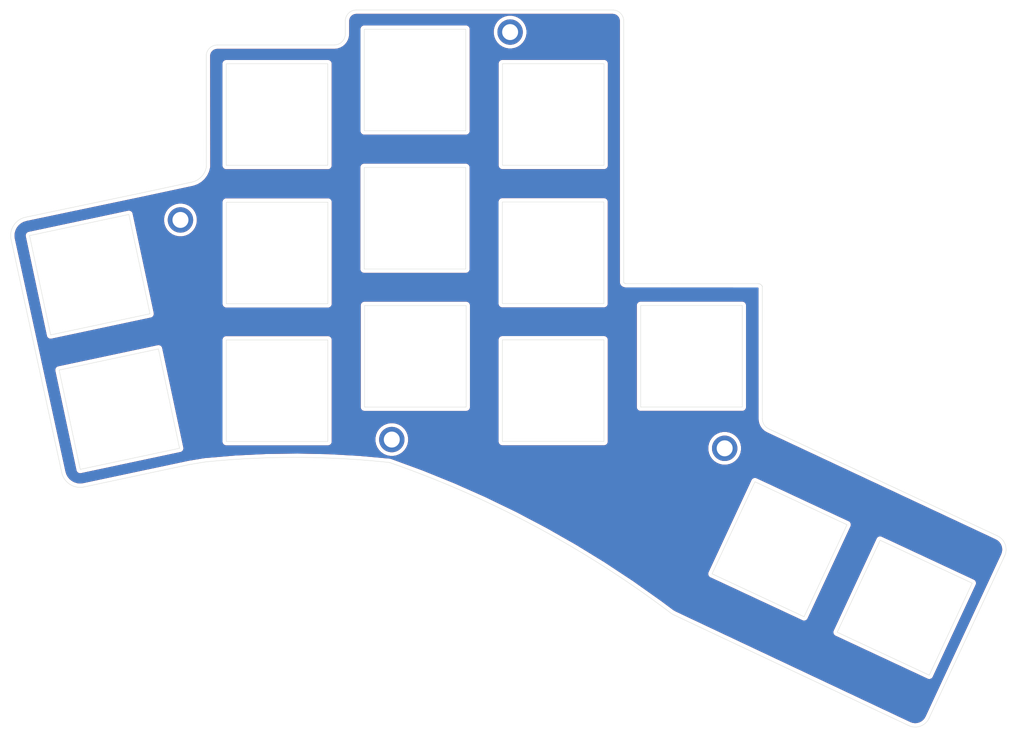
<source format=kicad_pcb>
(kicad_pcb (version 20171130) (host pcbnew "(5.1.5-0-10_14)")

  (general
    (thickness 1.6)
    (drawings 158)
    (tracks 0)
    (zones 0)
    (modules 4)
    (nets 1)
  )

  (page A4)
  (layers
    (0 F.Cu signal)
    (31 B.Cu signal)
    (32 B.Adhes user)
    (33 F.Adhes user)
    (34 B.Paste user)
    (35 F.Paste user)
    (36 B.SilkS user)
    (37 F.SilkS user)
    (38 B.Mask user)
    (39 F.Mask user)
    (40 Dwgs.User user hide)
    (41 Cmts.User user)
    (42 Eco1.User user)
    (43 Eco2.User user)
    (44 Edge.Cuts user)
    (45 Margin user)
    (46 B.CrtYd user)
    (47 F.CrtYd user)
    (48 B.Fab user)
    (49 F.Fab user)
  )

  (setup
    (last_trace_width 0.25)
    (trace_clearance 0.2)
    (zone_clearance 0.508)
    (zone_45_only no)
    (trace_min 0.2)
    (via_size 0.8)
    (via_drill 0.4)
    (via_min_size 0.4)
    (via_min_drill 0.3)
    (uvia_size 0.3)
    (uvia_drill 0.1)
    (uvias_allowed no)
    (uvia_min_size 0.2)
    (uvia_min_drill 0.1)
    (edge_width 0.05)
    (segment_width 0.2)
    (pcb_text_width 0.3)
    (pcb_text_size 1.5 1.5)
    (mod_edge_width 0.12)
    (mod_text_size 1 1)
    (mod_text_width 0.15)
    (pad_size 3.5 3.5)
    (pad_drill 2.2)
    (pad_to_mask_clearance 0.051)
    (solder_mask_min_width 0.25)
    (aux_axis_origin 191.76492 120.8278)
    (visible_elements FFFFFF7F)
    (pcbplotparams
      (layerselection 0x010f0_ffffffff)
      (usegerberextensions false)
      (usegerberattributes false)
      (usegerberadvancedattributes false)
      (creategerberjobfile false)
      (excludeedgelayer true)
      (linewidth 0.100000)
      (plotframeref false)
      (viasonmask false)
      (mode 1)
      (useauxorigin false)
      (hpglpennumber 1)
      (hpglpenspeed 20)
      (hpglpendiameter 15.000000)
      (psnegative false)
      (psa4output false)
      (plotreference true)
      (plotvalue true)
      (plotinvisibletext false)
      (padsonsilk false)
      (subtractmaskfromsilk false)
      (outputformat 1)
      (mirror false)
      (drillshape 0)
      (scaleselection 1)
      (outputdirectory "/Users/sotoba/.ghq/github.com/sotoba/craftwalk/pcb_top/pcb_top-gerber/"))
  )

  (net 0 "")

  (net_class Default "これはデフォルトのネット クラスです。"
    (clearance 0.2)
    (trace_width 0.25)
    (via_dia 0.8)
    (via_drill 0.4)
    (uvia_dia 0.3)
    (uvia_drill 0.1)
  )

  (module random-keyboard-parts:Generic-Mounthole (layer F.Cu) (tedit 5DED185D) (tstamp 5DEC9FA3)
    (at 151.2824 108.40212)
    (attr virtual)
    (fp_text reference Ref** (at 0 -3.2) (layer F.Fab) hide
      (effects (font (size 1 1) (thickness 0.15)))
    )
    (fp_text value Val** (at 0 3.2) (layer F.Fab) hide
      (effects (font (size 1 1) (thickness 0.15)))
    )
    (fp_text user %R (at 0.3 0) (layer F.Fab) hide
      (effects (font (size 1 1) (thickness 0.15)))
    )
    (pad "" thru_hole circle (at 0 0) (size 3.5 3.5) (drill 2.2) (layers *.Cu *.Mask))
  )

  (module random-keyboard-parts:Generic-Mounthole (layer F.Cu) (tedit 5DED1887) (tstamp 5DEC9FAA)
    (at 105.3719 107.19562)
    (attr virtual)
    (fp_text reference Ref** (at 0 -3.2) (layer F.Fab) hide
      (effects (font (size 1 1) (thickness 0.15)))
    )
    (fp_text value Val** (at 0 3.2) (layer F.Fab) hide
      (effects (font (size 1 1) (thickness 0.15)))
    )
    (fp_text user %R (at 0.3 0) (layer F.Fab) hide
      (effects (font (size 1 1) (thickness 0.15)))
    )
    (pad "" thru_hole circle (at 0 0) (size 3.5 3.5) (drill 2.2) (layers *.Cu *.Mask))
  )

  (module random-keyboard-parts:Generic-Mounthole (layer F.Cu) (tedit 5DED189A) (tstamp 5DEC9FB1)
    (at 121.6914 50.99812)
    (attr virtual)
    (fp_text reference Ref** (at 0 -3.2) (layer F.Fab) hide
      (effects (font (size 1 1) (thickness 0.15)))
    )
    (fp_text value Val** (at 0 3.2) (layer F.Fab) hide
      (effects (font (size 1 1) (thickness 0.15)))
    )
    (fp_text user %R (at 0.3 0) (layer F.Fab) hide
      (effects (font (size 1 1) (thickness 0.15)))
    )
    (pad "" thru_hole circle (at 0 0) (size 3.5 3.5) (drill 2.2) (layers *.Cu *.Mask))
  )

  (module random-keyboard-parts:Generic-Mounthole (layer F.Cu) (tedit 5DED1890) (tstamp 5DEC9FB8)
    (at 76.2254 76.90612)
    (attr virtual)
    (fp_text reference Ref** (at 0 -3.2) (layer F.Fab) hide
      (effects (font (size 1 1) (thickness 0.15)))
    )
    (fp_text value Val** (at 0 3.2) (layer F.Fab) hide
      (effects (font (size 1 1) (thickness 0.15)))
    )
    (fp_text user %R (at 0.3 0) (layer F.Fab) hide
      (effects (font (size 1 1) (thickness 0.15)))
    )
    (pad "" thru_hole circle (at 0 0) (size 3.5 3.5) (drill 2.2) (layers *.Cu *.Mask))
  )

  (gr_line (start 172.722293 121.080558) (end 185.410602 126.997213) (layer Edge.Cuts) (width 0.05) (tstamp 5DECE365))
  (gr_line (start 185.410602 126.997213) (end 179.493947 139.685522) (layer Edge.Cuts) (width 0.05) (tstamp 5DECE364))
  (gr_line (start 179.493947 139.685522) (end 166.805638 133.768867) (layer Edge.Cuts) (width 0.05) (tstamp 5DECE363))
  (gr_line (start 166.805638 133.768867) (end 172.722293 121.080558) (layer Edge.Cuts) (width 0.05) (tstamp 5DECE362))
  (gr_line (start 168.148762 118.940333) (end 162.232107 131.628642) (layer Edge.Cuts) (width 0.05) (tstamp 5DECE330))
  (gr_line (start 162.232107 131.628642) (end 149.543798 125.711987) (layer Edge.Cuts) (width 0.05) (tstamp 5DECE32F))
  (gr_line (start 149.543798 125.711987) (end 155.460453 113.023678) (layer Edge.Cuts) (width 0.05) (tstamp 5DECE32E))
  (gr_line (start 155.460453 113.023678) (end 168.148762 118.940333) (layer Edge.Cuts) (width 0.05) (tstamp 5DECE32D))
  (gr_line (start 62.405789 111.304255) (end 59.495025 97.610189) (layer Edge.Cuts) (width 0.05) (tstamp 5DECE2D4))
  (gr_line (start 59.495025 97.610189) (end 73.189091 94.699425) (layer Edge.Cuts) (width 0.05) (tstamp 5DECE2D3))
  (gr_line (start 76.099855 108.393491) (end 62.405789 111.304255) (layer Edge.Cuts) (width 0.05) (tstamp 5DECE2D2))
  (gr_line (start 73.189091 94.699425) (end 76.099855 108.393491) (layer Edge.Cuts) (width 0.05) (tstamp 5DECE2D1))
  (gr_line (start 58.326549 92.757175) (end 55.415785 79.063109) (layer Edge.Cuts) (width 0.05) (tstamp 5DECE2BF))
  (gr_line (start 55.415785 79.063109) (end 69.109851 76.152345) (layer Edge.Cuts) (width 0.05) (tstamp 5DECE2BE))
  (gr_line (start 72.020615 89.846411) (end 58.326549 92.757175) (layer Edge.Cuts) (width 0.05) (tstamp 5DECE2BD))
  (gr_line (start 69.109851 76.152345) (end 72.020615 89.846411) (layer Edge.Cuts) (width 0.05) (tstamp 5DECE2BC))
  (gr_line (start 139.69492 102.70696) (end 139.69492 88.70696) (layer Edge.Cuts) (width 0.05) (tstamp 5DECDF4B))
  (gr_line (start 139.69492 88.70696) (end 153.69492 88.70696) (layer Edge.Cuts) (width 0.05) (tstamp 5DECDF4A))
  (gr_line (start 153.69492 102.70696) (end 139.69492 102.70696) (layer Edge.Cuts) (width 0.05) (tstamp 5DECDF49))
  (gr_line (start 153.69492 88.70696) (end 153.69492 102.70696) (layer Edge.Cuts) (width 0.05) (tstamp 5DECDF48))
  (gr_line (start 134.62968 107.45168) (end 120.62968 107.45168) (layer Edge.Cuts) (width 0.05) (tstamp 5DECDEE9))
  (gr_line (start 134.62968 93.45168) (end 134.62968 107.45168) (layer Edge.Cuts) (width 0.05) (tstamp 5DECDEE8))
  (gr_line (start 120.62968 107.45168) (end 120.62968 93.45168) (layer Edge.Cuts) (width 0.05) (tstamp 5DECDEE7))
  (gr_line (start 120.62968 93.45168) (end 134.62968 93.45168) (layer Edge.Cuts) (width 0.05) (tstamp 5DECDEE6))
  (gr_line (start 115.62032 102.71204) (end 101.62032 102.71204) (layer Edge.Cuts) (width 0.05) (tstamp 5DECDED8))
  (gr_line (start 101.62032 102.71204) (end 101.62032 88.71204) (layer Edge.Cuts) (width 0.05) (tstamp 5DECDED7))
  (gr_line (start 101.62032 88.71204) (end 115.62032 88.71204) (layer Edge.Cuts) (width 0.05) (tstamp 5DECDED6))
  (gr_line (start 115.62032 88.71204) (end 115.62032 102.71204) (layer Edge.Cuts) (width 0.05) (tstamp 5DECDED5))
  (gr_line (start 82.55508 93.46184) (end 96.55508 93.46184) (layer Edge.Cuts) (width 0.05) (tstamp 5DECDEB2))
  (gr_line (start 96.55508 107.46184) (end 82.55508 107.46184) (layer Edge.Cuts) (width 0.05) (tstamp 5DECDEB1))
  (gr_line (start 96.55508 93.46184) (end 96.55508 107.46184) (layer Edge.Cuts) (width 0.05) (tstamp 5DECDEB0))
  (gr_line (start 82.55508 107.46184) (end 82.55508 93.46184) (layer Edge.Cuts) (width 0.05) (tstamp 5DECDEAF))
  (gr_line (start 134.6246 74.43216) (end 134.6246 88.43216) (layer Edge.Cuts) (width 0.05) (tstamp 5DECDE92))
  (gr_line (start 134.6246 88.43216) (end 120.6246 88.43216) (layer Edge.Cuts) (width 0.05) (tstamp 5DECDE91))
  (gr_line (start 120.6246 74.43216) (end 134.6246 74.43216) (layer Edge.Cuts) (width 0.05) (tstamp 5DECDE90))
  (gr_line (start 120.6246 88.43216) (end 120.6246 74.43216) (layer Edge.Cuts) (width 0.05) (tstamp 5DECDE8F))
  (gr_line (start 101.56952 83.6722) (end 101.56952 69.6722) (layer Edge.Cuts) (width 0.05) (tstamp 5DECDE7C))
  (gr_line (start 101.56952 69.6722) (end 115.56952 69.6722) (layer Edge.Cuts) (width 0.05) (tstamp 5DECDE7B))
  (gr_line (start 115.56952 69.6722) (end 115.56952 83.6722) (layer Edge.Cuts) (width 0.05) (tstamp 5DECDE7A))
  (gr_line (start 115.56952 83.6722) (end 101.56952 83.6722) (layer Edge.Cuts) (width 0.05) (tstamp 5DECDE79))
  (gr_line (start 96.56016 74.45756) (end 96.56016 88.45756) (layer Edge.Cuts) (width 0.05) (tstamp 5DECDE6C))
  (gr_line (start 82.56016 88.45756) (end 82.56016 74.45756) (layer Edge.Cuts) (width 0.05) (tstamp 5DECDE6B))
  (gr_line (start 96.56016 88.45756) (end 82.56016 88.45756) (layer Edge.Cuts) (width 0.05) (tstamp 5DECDE6A))
  (gr_line (start 82.56016 74.45756) (end 96.56016 74.45756) (layer Edge.Cuts) (width 0.05) (tstamp 5DECDE69))
  (gr_line (start 120.63984 69.36692) (end 120.63984 55.36692) (layer Edge.Cuts) (width 0.05) (tstamp 5DECACED))
  (gr_line (start 134.63984 69.36692) (end 120.63984 69.36692) (layer Edge.Cuts) (width 0.05) (tstamp 5DECACEC))
  (gr_line (start 134.63984 55.36692) (end 134.63984 69.36692) (layer Edge.Cuts) (width 0.05) (tstamp 5DECACEB))
  (gr_line (start 120.63984 55.36692) (end 134.63984 55.36692) (layer Edge.Cuts) (width 0.05) (tstamp 5DECACEA))
  (gr_line (start 101.58476 64.61204) (end 101.58476 50.61204) (layer Edge.Cuts) (width 0.05) (tstamp 5DECACE1))
  (gr_line (start 115.58476 50.61204) (end 115.58476 64.61204) (layer Edge.Cuts) (width 0.05) (tstamp 5DECACE0))
  (gr_line (start 115.58476 64.61204) (end 101.58476 64.61204) (layer Edge.Cuts) (width 0.05) (tstamp 5DECACDF))
  (gr_line (start 101.58476 50.61204) (end 115.58476 50.61204) (layer Edge.Cuts) (width 0.05) (tstamp 5DECACDE))
  (gr_line (start 82.55 69.37708) (end 82.55 55.37708) (layer Edge.Cuts) (width 0.05))
  (gr_line (start 96.55 69.37708) (end 82.55 69.37708) (layer Edge.Cuts) (width 0.05))
  (gr_line (start 96.55 55.37708) (end 96.55 69.37708) (layer Edge.Cuts) (width 0.05))
  (gr_line (start 82.55 55.37708) (end 96.55 55.37708) (layer Edge.Cuts) (width 0.05))
  (gr_line (start 156.47416 86.09076) (end 156.48432 86.1314) (layer Edge.Cuts) (width 0.05) (tstamp 5DECA7E8))
  (gr_line (start 156.47416 86.09076) (end 156.464 86.06536) (layer Edge.Cuts) (width 0.05) (tstamp 5DECA771))
  (gr_line (start 137.3632 85.48116) (end 137.3632 85.41512) (layer Edge.Cuts) (width 0.05) (tstamp 5DECA3D4))
  (gr_line (start 137.36828 85.51164) (end 137.3632 85.48116) (layer Edge.Cuts) (width 0.05))
  (gr_line (start 137.3886 85.56244) (end 137.36828 85.51164) (layer Edge.Cuts) (width 0.05))
  (gr_line (start 137.42924 85.60816) (end 137.3886 85.56244) (layer Edge.Cuts) (width 0.05))
  (gr_line (start 137.48004 85.63864) (end 137.42924 85.60816) (layer Edge.Cuts) (width 0.05))
  (gr_line (start 137.53592 85.65896) (end 137.48004 85.63864) (layer Edge.Cuts) (width 0.05))
  (gr_line (start 137.59688 85.67928) (end 137.53592 85.65896) (layer Edge.Cuts) (width 0.05))
  (gr_line (start 137.66292 85.68436) (end 137.59688 85.67928) (layer Edge.Cuts) (width 0.05))
  (gr_line (start 137.3632 49.47412) (end 137.3632 85.41512) (layer Edge.Cuts) (width 0.05))
  (gr_line (start 156.44368 86.01456) (end 156.464 86.06536) (layer Edge.Cuts) (width 0.05))
  (gr_line (start 156.40304 85.9536) (end 156.44368 86.01456) (layer Edge.Cuts) (width 0.05))
  (gr_line (start 156.35732 85.89772) (end 156.40304 85.9536) (layer Edge.Cuts) (width 0.05))
  (gr_line (start 156.2862 85.83168) (end 156.35732 85.89772) (layer Edge.Cuts) (width 0.05))
  (gr_line (start 156.23032 85.78596) (end 156.2862 85.83168) (layer Edge.Cuts) (width 0.05))
  (gr_line (start 156.16428 85.7504) (end 156.23032 85.78596) (layer Edge.Cuts) (width 0.05))
  (gr_line (start 156.0322 85.70468) (end 156.16428 85.7504) (layer Edge.Cuts) (width 0.05))
  (gr_line (start 155.91028 85.68944) (end 156.0322 85.70468) (layer Edge.Cuts) (width 0.05))
  (gr_line (start 137.66292 85.68436) (end 155.91028 85.68944) (layer Edge.Cuts) (width 0.05))
  (gr_line (start 58.25403 92.71232) (end 71.9476 89.80042) (layer Dwgs.User) (width 0.2) (tstamp 5DEC9DD4))
  (gr_line (start 71.9476 89.80042) (end 69.0372 76.10702) (layer Dwgs.User) (width 0.2) (tstamp 5DEC9DD3))
  (gr_line (start 69.0372 76.10702) (end 55.34362 79.01742) (layer Dwgs.User) (width 0.2) (tstamp 5DEC9DD2))
  (gr_line (start 101.5837 69.65192) (end 115.5844 69.65192) (layer Dwgs.User) (width 0.2) (tstamp 5DEC9DD1))
  (gr_line (start 115.5844 69.65192) (end 115.5844 83.65122) (layer Dwgs.User) (width 0.2) (tstamp 5DEC9DD0))
  (gr_line (start 115.5844 83.65122) (end 101.5837 83.65122) (layer Dwgs.User) (width 0.2) (tstamp 5DEC9DCF))
  (gr_line (start 101.5837 83.65122) (end 101.5837 69.65192) (layer Dwgs.User) (width 0.2) (tstamp 5DEC9DCE))
  (gr_line (start 82.5337 55.36442) (end 96.5344 55.36442) (layer Dwgs.User) (width 0.2) (tstamp 5DEC9DCD))
  (gr_line (start 96.5344 55.36442) (end 96.5344 69.36372) (layer Dwgs.User) (width 0.2) (tstamp 5DEC9DCC))
  (gr_line (start 96.5344 69.36372) (end 82.5337 69.36372) (layer Dwgs.User) (width 0.2) (tstamp 5DEC9DCB))
  (gr_line (start 82.5337 69.36372) (end 82.5337 55.36442) (layer Dwgs.User) (width 0.2) (tstamp 5DEC9DCA))
  (gr_line (start 120.6337 55.36442) (end 134.6344 55.36442) (layer Dwgs.User) (width 0.2) (tstamp 5DEC9DC9))
  (gr_line (start 134.6344 55.36442) (end 134.6344 69.36372) (layer Dwgs.User) (width 0.2) (tstamp 5DEC9DC8))
  (gr_line (start 134.6344 69.36372) (end 120.6337 69.36372) (layer Dwgs.User) (width 0.2) (tstamp 5DEC9DC7))
  (gr_line (start 120.6337 69.36372) (end 120.6337 55.36442) (layer Dwgs.User) (width 0.2) (tstamp 5DEC9DC6))
  (gr_line (start 101.5837 50.60192) (end 115.5844 50.60192) (layer Dwgs.User) (width 0.2) (tstamp 5DEC9DC5))
  (gr_line (start 115.5844 50.60192) (end 115.5844 64.60122) (layer Dwgs.User) (width 0.2) (tstamp 5DEC9DC4))
  (gr_line (start 115.5844 64.60122) (end 101.5837 64.60122) (layer Dwgs.User) (width 0.2) (tstamp 5DEC9DC3))
  (gr_line (start 101.5837 64.60122) (end 101.5837 50.60192) (layer Dwgs.User) (width 0.2) (tstamp 5DEC9DC2))
  (gr_arc (start 55.397399 79.065121) (end 54.8894 76.525122) (angle -90) (layer Edge.Cuts) (width 0.05) (tstamp 5DEC9DC1))
  (gr_arc (start 77.241401 69.159121) (end 77.7494 71.69912) (angle -70) (layer Edge.Cuts) (width 0.05) (tstamp 5DEC9DC0))
  (gr_line (start 54.8894 76.525122) (end 70.6374 73.22312) (layer Edge.Cuts) (width 0.05) (tstamp 5DEC9DBF))
  (gr_arc (start 62.382399 111.196121) (end 59.8424 111.70412) (angle -90) (layer Edge.Cuts) (width 0.05) (tstamp 5DEC9DBE))
  (gr_line (start 52.8574 79.57312) (end 59.8424 111.70412) (layer Edge.Cuts) (width 0.05) (tstamp 5DEC9DBD))
  (gr_line (start 70.6374 73.22312) (end 77.7494 71.69912) (layer Edge.Cuts) (width 0.05) (tstamp 5DEC9DBC))
  (gr_arc (start 100.4824 49.47412) (end 100.4824 47.95012) (angle -85.2363708) (layer Edge.Cuts) (width 0.05) (tstamp 5DEC9DBB))
  (gr_arc (start 81.3054 54.30012) (end 81.3054 52.77612) (angle -85.23635831) (layer Edge.Cuts) (width 0.05) (tstamp 5DEC9DBA))
  (gr_line (start 79.801965 69.550489) (end 79.786664 54.173559) (layer Edge.Cuts) (width 0.05) (tstamp 5DEC9DB9))
  (gr_arc (start 97.4344 51.25212) (end 97.4344 52.77612) (angle -90) (layer Edge.Cuts) (width 0.05) (tstamp 5DEC9DB8))
  (gr_line (start 81.3054 52.77612) (end 97.4344 52.77612) (layer Edge.Cuts) (width 0.05) (tstamp 5DEC9DB7))
  (gr_line (start 98.9584 51.25212) (end 98.963664 49.347559) (layer Edge.Cuts) (width 0.05) (tstamp 5DEC9DB6))
  (gr_arc (start 135.8392 49.47412) (end 137.3632 49.47412) (angle -88.09084757) (layer Edge.Cuts) (width 0.05) (tstamp 5DEC9DB5))
  (gr_line (start 100.4824 47.95012) (end 135.89 47.95012) (layer Edge.Cuts) (width 0.05) (tstamp 5DEC9DB4))
  (gr_line (start 62.890398 113.73612) (end 77.429991 110.647945) (layer Edge.Cuts) (width 0.05) (tstamp 5DEC9DB3))
  (gr_arc (start 158.0134 104.33812) (end 156.4894 104.33812) (angle -63.43494882) (layer Edge.Cuts) (width 0.05) (tstamp 5DEC9DB2))
  (gr_line (start 156.48432 86.1314) (end 156.4894 104.33812) (layer Edge.Cuts) (width 0.05) (tstamp 5DEC9DB1))
  (gr_arc (start 188.005731 122.362476) (end 189.8904 123.26112) (angle -90.86996885) (layer Edge.Cuts) (width 0.05) (tstamp 5DEC9DB0))
  (gr_line (start 157.331846 105.701227) (end 188.8744 120.46712) (layer Edge.Cuts) (width 0.05) (tstamp 5DEC9DAF))
  (gr_arc (start 177.562607 144.743214) (end 176.673608 146.648213) (angle -90.5729387) (layer Edge.Cuts) (width 0.05) (tstamp 5DEC9DAE))
  (gr_line (start 189.8904 123.26112) (end 179.4764 145.61312) (layer Edge.Cuts) (width 0.05) (tstamp 5DEC9DAD))
  (gr_line (start 176.673608 146.648213) (end 144.2974 131.38912) (layer Edge.Cuts) (width 0.05) (tstamp 5DEC9DAC))
  (gr_arc (start 145.135255 129.455607) (end 143.807957 131.092296) (angle -15.61218186) (layer Edge.Cuts) (width 0.05) (tstamp 5DEC9DAB))
  (gr_arc (start 58.717958 243.550795) (end 143.807957 131.092296) (angle -17.92845272) (layer Edge.Cuts) (width 0.05) (tstamp 5DEC9DAA))
  (gr_arc (start 91.9734 231.52862) (end 105.058125 110.359914) (angle -11.98422269) (layer Edge.Cuts) (width 0.05) (tstamp 5DEC9DA9))
  (gr_line (start 77.429991 110.647945) (end 79.613188 110.283865) (layer Edge.Cuts) (width 0.05) (tstamp 5DEC9DA8))
  (gr_line (start 96.5344 93.46442) (end 96.5344 107.46372) (layer Dwgs.User) (width 0.2) (tstamp 5DEC9DA7))
  (gr_line (start 96.5344 107.46372) (end 82.5337 107.46372) (layer Dwgs.User) (width 0.2) (tstamp 5DEC9DA6))
  (gr_line (start 82.5337 107.46372) (end 82.5337 93.46442) (layer Dwgs.User) (width 0.2) (tstamp 5DEC9DA5))
  (gr_line (start 120.6337 93.46442) (end 134.6344 93.46442) (layer Dwgs.User) (width 0.2) (tstamp 5DEC9DA4))
  (gr_line (start 134.6344 93.46442) (end 134.6344 107.46372) (layer Dwgs.User) (width 0.2) (tstamp 5DEC9DA3))
  (gr_line (start 134.6344 107.46372) (end 120.6337 107.46372) (layer Dwgs.User) (width 0.2) (tstamp 5DEC9DA2))
  (gr_line (start 120.6337 107.46372) (end 120.6337 93.46442) (layer Dwgs.User) (width 0.2) (tstamp 5DEC9DA1))
  (gr_line (start 59.49013 97.61132) (end 62.4005 111.30612) (layer Dwgs.User) (width 0.2) (tstamp 5DEC9DA0))
  (gr_line (start 62.4005 111.30612) (end 76.0955 108.39432) (layer Dwgs.User) (width 0.2) (tstamp 5DEC9D9F))
  (gr_line (start 76.0955 108.39432) (end 73.1837 94.70092) (layer Dwgs.User) (width 0.2) (tstamp 5DEC9D9E))
  (gr_line (start 73.1837 94.70092) (end 59.49013 97.61132) (layer Dwgs.User) (width 0.2) (tstamp 5DEC9D9D))
  (gr_line (start 101.5837 88.70192) (end 115.5844 88.70192) (layer Dwgs.User) (width 0.2) (tstamp 5DEC9D9C))
  (gr_line (start 115.5844 88.70192) (end 115.5844 102.70122) (layer Dwgs.User) (width 0.2) (tstamp 5DEC9D9B))
  (gr_line (start 115.5844 102.70122) (end 101.5837 102.70122) (layer Dwgs.User) (width 0.2) (tstamp 5DEC9D9A))
  (gr_line (start 101.5837 102.70122) (end 101.5837 88.70192) (layer Dwgs.User) (width 0.2) (tstamp 5DEC9D99))
  (gr_line (start 139.6837 88.70192) (end 153.6844 88.70192) (layer Dwgs.User) (width 0.2) (tstamp 5DEC9D98))
  (gr_line (start 153.6844 88.70192) (end 153.6844 102.70122) (layer Dwgs.User) (width 0.2) (tstamp 5DEC9D97))
  (gr_line (start 153.6844 102.70122) (end 139.6837 102.70122) (layer Dwgs.User) (width 0.2) (tstamp 5DEC9D96))
  (gr_line (start 139.6837 102.70122) (end 139.6837 88.70192) (layer Dwgs.User) (width 0.2) (tstamp 5DEC9D95))
  (gr_line (start 82.5337 74.41442) (end 96.5344 74.41442) (layer Dwgs.User) (width 0.2) (tstamp 5DEC9D94))
  (gr_line (start 96.5344 74.41442) (end 96.5344 88.41372) (layer Dwgs.User) (width 0.2) (tstamp 5DEC9D93))
  (gr_line (start 96.5344 88.41372) (end 82.5337 88.41372) (layer Dwgs.User) (width 0.2) (tstamp 5DEC9D92))
  (gr_line (start 82.5337 88.41372) (end 82.5337 74.41442) (layer Dwgs.User) (width 0.2) (tstamp 5DEC9D91))
  (gr_line (start 120.6337 74.41442) (end 134.6344 74.41442) (layer Dwgs.User) (width 0.2) (tstamp 5DEC9D90))
  (gr_line (start 134.6344 74.41442) (end 134.6344 88.41372) (layer Dwgs.User) (width 0.2) (tstamp 5DEC9D8F))
  (gr_line (start 134.6344 88.41372) (end 120.6337 88.41372) (layer Dwgs.User) (width 0.2) (tstamp 5DEC9D8E))
  (gr_line (start 120.6337 88.41372) (end 120.6337 74.41442) (layer Dwgs.User) (width 0.2) (tstamp 5DEC9D8D))
  (gr_line (start 55.34362 79.01742) (end 58.25403 92.71232) (layer Dwgs.User) (width 0.2) (tstamp 5DEC9D8C))
  (gr_line (start 149.5386 125.70942) (end 162.2274 131.62662) (layer Dwgs.User) (width 0.2) (tstamp 5DEC9D8B))
  (gr_line (start 162.2274 131.62662) (end 168.1444 118.93912) (layer Dwgs.User) (width 0.2) (tstamp 5DEC9D8A))
  (gr_line (start 168.1444 118.93912) (end 155.4554 113.02172) (layer Dwgs.User) (width 0.2) (tstamp 5DEC9D89))
  (gr_line (start 155.4554 113.02172) (end 149.5386 125.70942) (layer Dwgs.User) (width 0.2) (tstamp 5DEC9D88))
  (gr_line (start 82.5337 93.46442) (end 96.5344 93.46442) (layer Dwgs.User) (width 0.2) (tstamp 5DEC9D87))
  (gr_line (start 166.8034 133.76122) (end 179.4914 139.67854) (layer Dwgs.User) (width 0.2) (tstamp 5DEC9D86))
  (gr_line (start 179.4914 139.67854) (end 185.4084 126.98822) (layer Dwgs.User) (width 0.2) (tstamp 5DEC9D85))
  (gr_line (start 185.4084 126.98822) (end 172.7214 121.07222) (layer Dwgs.User) (width 0.2) (tstamp 5DEC9D84))
  (gr_line (start 172.7214 121.07222) (end 166.8034 133.76122) (layer Dwgs.User) (width 0.2) (tstamp 5DEC9D83))

  (zone (net 0) (net_name "") (layer F.Cu) (tstamp 5DED07E0) (hatch edge 0.508)
    (connect_pads (clearance 0.508))
    (min_thickness 0.254)
    (fill yes (arc_segments 32) (thermal_gap 0.508) (thermal_bridge_width 0.508))
    (polygon
      (pts
        (xy 138.08456 47.6758) (xy 138.08456 85.16112) (xy 157.0482 85.2678) (xy 157.40888 104.78516) (xy 191.95796 121.24944)
        (xy 178.94808 147.75688) (xy 144.65808 132.31876) (xy 116.21516 115.3414) (xy 104.63784 111.26216) (xy 83.13928 110.71352)
        (xy 60.97524 114.56924) (xy 51.82616 77.52588) (xy 52.60848 77.20076) (xy 78.90764 71.03872) (xy 79.4258 52.19192)
        (xy 97.8408 52.30368) (xy 99.27336 47.34052)
      )
    )
    (filled_polygon
      (pts
        (xy 136.034443 48.635719) (xy 136.193574 48.68961) (xy 136.3392 48.773379) (xy 136.465786 48.883842) (xy 136.568504 49.016788)
        (xy 136.643445 49.167158) (xy 136.688908 49.333447) (xy 136.7032 49.502041) (xy 136.703201 85.382691) (xy 136.7032 85.382701)
        (xy 136.7032 85.438413) (xy 136.70033 85.460471) (xy 136.7032 85.503256) (xy 136.7032 85.513578) (xy 136.705371 85.53562)
        (xy 136.706851 85.557685) (xy 136.708545 85.567852) (xy 136.71275 85.610542) (xy 136.714997 85.617948) (xy 136.716301 85.633081)
        (xy 136.732663 85.689485) (xy 136.747951 85.746195) (xy 136.759639 85.769806) (xy 136.762044 85.779815) (xy 136.782132 85.823372)
        (xy 136.787846 85.837657) (xy 136.795702 85.852795) (xy 136.816491 85.897873) (xy 136.825592 85.910396) (xy 136.832724 85.924139)
        (xy 136.863741 85.962886) (xy 136.873772 85.976689) (xy 136.884003 85.988199) (xy 136.91397 86.025635) (xy 136.926243 86.03596)
        (xy 136.937921 86.048857) (xy 136.957488 86.07087) (xy 136.95973 86.072942) (xy 136.983642 86.099349) (xy 137.007353 86.116951)
        (xy 137.029045 86.136997) (xy 137.059428 86.155609) (xy 137.061874 86.157425) (xy 137.087093 86.172557) (xy 137.113565 86.188773)
        (xy 137.13616 86.205712) (xy 137.166938 86.220464) (xy 137.168272 86.221264) (xy 137.196237 86.234506) (xy 137.224023 86.247824)
        (xy 137.225479 86.248353) (xy 137.256331 86.262963) (xy 137.286423 86.270515) (xy 137.288296 86.271196) (xy 137.296455 86.274839)
        (xy 137.318759 86.282274) (xy 137.340837 86.290302) (xy 137.349488 86.292516) (xy 137.372666 86.300242) (xy 137.417991 86.31789)
        (xy 137.466196 86.32641) (xy 137.513933 86.337265) (xy 137.56255 86.338589) (xy 137.605214 86.34187) (xy 137.630318 86.34435)
        (xy 137.637473 86.344352) (xy 137.644623 86.344902) (xy 137.669898 86.344361) (xy 155.824381 86.349415) (xy 155.82941 104.370723)
        (xy 155.831505 104.391936) (xy 155.843602 104.578118) (xy 155.851538 104.626486) (xy 155.857203 104.675193) (xy 155.859219 104.684185)
        (xy 155.926303 104.973954) (xy 155.94542 105.030643) (xy 155.963739 105.087582) (xy 155.967463 105.096011) (xy 156.089553 105.367232)
        (xy 156.119303 105.419105) (xy 156.148346 105.471424) (xy 156.153636 105.478969) (xy 156.326081 105.721309) (xy 156.365343 105.766418)
        (xy 156.403991 105.812097) (xy 156.410647 105.818471) (xy 156.626878 106.022701) (xy 156.674162 106.059332) (xy 156.72094 106.096628)
        (xy 156.728707 106.101588) (xy 156.932619 106.229825) (xy 156.938896 106.235469) (xy 157.022665 106.285228) (xy 188.598106 121.066516)
        (xy 188.839627 121.207213) (xy 189.048136 121.391185) (xy 189.216945 121.61216) (xy 189.339612 121.861702) (xy 189.411477 122.130331)
        (xy 189.429796 122.407794) (xy 189.393874 122.683529) (xy 189.295889 122.974302) (xy 189.29186 122.982999) (xy 178.890472 145.307933)
        (xy 178.732063 145.58182) (xy 178.546904 145.792998) (xy 178.324255 145.964188) (xy 178.072591 146.088875) (xy 177.801512 146.162303)
        (xy 177.521324 146.181679) (xy 177.242709 146.146265) (xy 176.948519 146.04815) (xy 150.833389 133.73994) (xy 166.143077 133.73994)
        (xy 166.150164 133.869753) (xy 166.182441 133.995692) (xy 166.238667 134.112914) (xy 166.316682 134.216913) (xy 166.413486 134.303695)
        (xy 166.497329 134.353329) (xy 166.497333 134.353331) (xy 166.525361 134.369923) (xy 166.556088 134.380729) (xy 179.185648 140.26999)
        (xy 179.21367 140.286578) (xy 179.24439 140.297381) (xy 179.2444 140.297386) (xy 179.336316 140.329709) (xy 179.465019 140.348083)
        (xy 179.46502 140.348083) (xy 179.529926 140.34454) (xy 179.594834 140.340996) (xy 179.720772 140.308719) (xy 179.837994 140.252493)
        (xy 179.941993 140.174479) (xy 180.028775 140.077674) (xy 180.095004 139.965799) (xy 180.105812 139.935065) (xy 185.995067 127.305518)
        (xy 186.011659 127.27749) (xy 186.034595 127.21227) (xy 186.054789 127.154844) (xy 186.073163 127.026141) (xy 186.070344 126.974495)
        (xy 186.066076 126.896326) (xy 186.033799 126.770387) (xy 185.977573 126.653166) (xy 185.899559 126.549166) (xy 185.802755 126.462384)
        (xy 185.718911 126.41275) (xy 185.718905 126.412747) (xy 185.690879 126.396156) (xy 185.660154 126.385351) (xy 173.030602 120.496095)
        (xy 173.00257 120.479501) (xy 172.879924 120.436371) (xy 172.75122 120.417997) (xy 172.621406 120.425084) (xy 172.495467 120.457361)
        (xy 172.378246 120.513587) (xy 172.274246 120.591601) (xy 172.187464 120.688405) (xy 172.13783 120.772249) (xy 172.137825 120.77226)
        (xy 172.121237 120.800281) (xy 172.110434 120.830999) (xy 166.221173 133.460564) (xy 166.204582 133.48859) (xy 166.193777 133.519314)
        (xy 166.193774 133.519321) (xy 166.161451 133.611236) (xy 166.143077 133.73994) (xy 150.833389 133.73994) (xy 144.598558 130.801429)
        (xy 144.297439 130.634318) (xy 144.203635 130.564054) (xy 144.203497 130.56397) (xy 144.202373 130.563111) (xy 142.567472 129.344575)
        (xy 142.566694 129.344015) (xy 142.554761 129.335334) (xy 138.739896 126.630863) (xy 138.73751 126.62923) (xy 138.735183 126.627553)
        (xy 138.721835 126.618504) (xy 137.304988 125.68306) (xy 148.881237 125.68306) (xy 148.888324 125.812873) (xy 148.920601 125.938812)
        (xy 148.976827 126.056034) (xy 149.054842 126.160033) (xy 149.151646 126.246815) (xy 149.235489 126.296449) (xy 149.235493 126.296451)
        (xy 149.263521 126.313043) (xy 149.294248 126.323849) (xy 161.923808 132.21311) (xy 161.95183 132.229698) (xy 161.98255 132.240501)
        (xy 161.98256 132.240506) (xy 162.074476 132.272829) (xy 162.203179 132.291203) (xy 162.20318 132.291203) (xy 162.268087 132.287659)
        (xy 162.332994 132.284116) (xy 162.458932 132.251839) (xy 162.576154 132.195613) (xy 162.680153 132.117599) (xy 162.766935 132.020794)
        (xy 162.833164 131.908919) (xy 162.843972 131.878185) (xy 168.733227 119.248638) (xy 168.749819 119.22061) (xy 168.761915 119.186215)
        (xy 168.792949 119.097964) (xy 168.811323 118.969261) (xy 168.804236 118.839446) (xy 168.771959 118.713508) (xy 168.715733 118.596286)
        (xy 168.679647 118.54818) (xy 168.637719 118.492286) (xy 168.540915 118.405504) (xy 168.457071 118.35587) (xy 168.457065 118.355867)
        (xy 168.429039 118.339276) (xy 168.398314 118.328471) (xy 155.768762 112.439215) (xy 155.74073 112.422621) (xy 155.654594 112.39233)
        (xy 155.618084 112.379491) (xy 155.48938 112.361117) (xy 155.359566 112.368204) (xy 155.233627 112.400481) (xy 155.116406 112.456707)
        (xy 155.012406 112.534721) (xy 154.925624 112.631525) (xy 154.87599 112.715369) (xy 154.875985 112.71538) (xy 154.859397 112.743401)
        (xy 154.848594 112.774119) (xy 148.959333 125.403684) (xy 148.942742 125.43171) (xy 148.931937 125.462434) (xy 148.931934 125.462441)
        (xy 148.899611 125.554356) (xy 148.881237 125.68306) (xy 137.304988 125.68306) (xy 134.819401 124.042003) (xy 134.816977 124.04046)
        (xy 134.81458 124.03885) (xy 134.80094 124.030249) (xy 130.815225 121.58455) (xy 130.812756 121.583091) (xy 130.810303 121.581559)
        (xy 130.796385 121.573415) (xy 126.731776 119.261207) (xy 126.729249 119.259825) (xy 126.726757 119.258381) (xy 126.712576 119.250702)
        (xy 122.573539 117.074529) (xy 122.570977 117.073236) (xy 122.56843 117.071871) (xy 122.554002 117.064667) (xy 118.345089 115.026921)
        (xy 118.342469 115.025706) (xy 118.339894 115.024434) (xy 118.325235 115.017712) (xy 114.051075 113.120633) (xy 114.04845 113.11952)
        (xy 114.045801 113.118319) (xy 114.030927 113.112087) (xy 109.696218 111.357762) (xy 109.693512 111.356719) (xy 109.690869 111.355625)
        (xy 109.675798 111.349889) (xy 105.285308 109.740246) (xy 105.279788 109.738326) (xy 105.274864 109.736517) (xy 105.270007 109.734923)
        (xy 105.264638 109.733055) (xy 105.258437 109.731125) (xy 105.252976 109.729333) (xy 105.248578 109.728058) (xy 105.24374 109.726552)
        (xy 105.236855 109.724658) (xy 105.23085 109.722916) (xy 105.226908 109.72192) (xy 105.222639 109.720746) (xy 105.215072 109.718932)
        (xy 105.208514 109.717276) (xy 105.205037 109.716526) (xy 105.201357 109.715644) (xy 105.193024 109.713936) (xy 105.185995 109.71242)
        (xy 105.183069 109.711895) (xy 105.179918 109.711249) (xy 105.170737 109.709682) (xy 105.163319 109.708351) (xy 105.160916 109.708006)
        (xy 105.158344 109.707567) (xy 105.148237 109.706185) (xy 105.140517 109.705077) (xy 105.138653 109.704875) (xy 105.13666 109.704603)
        (xy 105.12544 109.703447) (xy 105.117613 109.7026) (xy 100.914386 109.322203) (xy 100.900885 109.321219) (xy 100.8915 109.320533)
        (xy 96.644091 109.084618) (xy 96.644088 109.084618) (xy 96.621067 109.083742) (xy 92.368008 108.996202) (xy 92.344971 108.99613)
        (xy 92.344969 108.99613) (xy 88.091448 109.057074) (xy 88.068422 109.057806) (xy 83.819617 109.267159) (xy 83.796631 109.268694)
        (xy 79.563297 109.62573) (xy 79.5366 109.627523) (xy 77.339048 109.993998) (xy 77.324579 109.995612) (xy 77.30708 109.999329)
        (xy 77.289449 110.002269) (xy 77.275402 110.006057) (xy 62.788703 113.082998) (xy 62.386096 113.123254) (xy 62.011713 113.08727)
        (xy 61.651444 112.979251) (xy 61.319018 112.803315) (xy 61.027098 112.566162) (xy 60.786802 112.276825) (xy 60.607279 111.946322)
        (xy 60.485575 111.555813) (xy 57.455804 97.618869) (xy 58.831889 97.618869) (xy 58.846325 97.748074) (xy 58.856188 97.77912)
        (xy 61.753473 111.40978) (xy 61.757089 111.44214) (xy 61.766948 111.473171) (xy 61.766951 111.473187) (xy 61.796453 111.566047)
        (xy 61.859234 111.679891) (xy 61.943019 111.779301) (xy 62.044588 111.860455) (xy 62.160038 111.920235) (xy 62.284931 111.956342)
        (xy 62.414469 111.967391) (xy 62.543674 111.952955) (xy 62.574722 111.943091) (xy 76.20538 109.045807) (xy 76.23774 109.042191)
        (xy 76.268774 109.032332) (xy 76.268787 109.032329) (xy 76.361647 109.002827) (xy 76.475491 108.940046) (xy 76.574901 108.856261)
        (xy 76.656055 108.754692) (xy 76.715835 108.639242) (xy 76.751942 108.514349) (xy 76.762991 108.384811) (xy 76.748555 108.255606)
        (xy 76.738691 108.224558) (xy 73.841408 94.59391) (xy 73.837791 94.56154) (xy 73.798427 94.437634) (xy 73.735645 94.323789)
        (xy 73.651861 94.224379) (xy 73.550291 94.143225) (xy 73.434842 94.083445) (xy 73.309948 94.047338) (xy 73.180411 94.036289)
        (xy 73.18041 94.036289) (xy 73.13534 94.041325) (xy 73.051206 94.050725) (xy 73.02016 94.060588) (xy 59.38951 96.957872)
        (xy 59.35714 96.961489) (xy 59.326099 96.971351) (xy 59.326093 96.971352) (xy 59.233234 97.000854) (xy 59.119389 97.063635)
        (xy 59.019979 97.14742) (xy 58.938825 97.248989) (xy 58.879045 97.364439) (xy 58.842938 97.489332) (xy 58.831889 97.618869)
        (xy 57.455804 97.618869) (xy 56.552102 93.46184) (xy 81.891887 93.46184) (xy 81.895081 93.494269) (xy 81.89508 107.429421)
        (xy 81.891887 107.46184) (xy 81.90463 107.591223) (xy 81.94237 107.715633) (xy 82.003655 107.83029) (xy 82.009401 107.837291)
        (xy 82.086132 107.930788) (xy 82.18663 108.013265) (xy 82.301287 108.07455) (xy 82.425697 108.11229) (xy 82.55508 108.125033)
        (xy 82.587499 108.12184) (xy 96.522661 108.12184) (xy 96.55508 108.125033) (xy 96.587499 108.12184) (xy 96.684463 108.11229)
        (xy 96.808873 108.07455) (xy 96.92353 108.013265) (xy 97.024028 107.930788) (xy 97.106505 107.83029) (xy 97.16779 107.715633)
        (xy 97.20553 107.591223) (xy 97.218273 107.46184) (xy 97.21508 107.429421) (xy 97.21508 106.960718) (xy 102.9869 106.960718)
        (xy 102.9869 107.430522) (xy 103.078554 107.891299) (xy 103.25834 108.325341) (xy 103.51935 108.715969) (xy 103.851551 109.04817)
        (xy 104.242179 109.30918) (xy 104.676221 109.488966) (xy 105.136998 109.58062) (xy 105.606802 109.58062) (xy 106.067579 109.488966)
        (xy 106.501621 109.30918) (xy 106.892249 109.04817) (xy 107.22445 108.715969) (xy 107.48546 108.325341) (xy 107.550956 108.167218)
        (xy 148.8974 108.167218) (xy 148.8974 108.637022) (xy 148.989054 109.097799) (xy 149.16884 109.531841) (xy 149.42985 109.922469)
        (xy 149.762051 110.25467) (xy 150.152679 110.51568) (xy 150.586721 110.695466) (xy 151.047498 110.78712) (xy 151.517302 110.78712)
        (xy 151.978079 110.695466) (xy 152.412121 110.51568) (xy 152.802749 110.25467) (xy 153.13495 109.922469) (xy 153.39596 109.531841)
        (xy 153.575746 109.097799) (xy 153.6674 108.637022) (xy 153.6674 108.167218) (xy 153.575746 107.706441) (xy 153.39596 107.272399)
        (xy 153.13495 106.881771) (xy 152.802749 106.54957) (xy 152.412121 106.28856) (xy 151.978079 106.108774) (xy 151.517302 106.01712)
        (xy 151.047498 106.01712) (xy 150.586721 106.108774) (xy 150.152679 106.28856) (xy 149.762051 106.54957) (xy 149.42985 106.881771)
        (xy 149.16884 107.272399) (xy 148.989054 107.706441) (xy 148.8974 108.167218) (xy 107.550956 108.167218) (xy 107.665246 107.891299)
        (xy 107.7569 107.430522) (xy 107.7569 106.960718) (xy 107.665246 106.499941) (xy 107.48546 106.065899) (xy 107.22445 105.675271)
        (xy 106.892249 105.34307) (xy 106.501621 105.08206) (xy 106.067579 104.902274) (xy 105.606802 104.81062) (xy 105.136998 104.81062)
        (xy 104.676221 104.902274) (xy 104.242179 105.08206) (xy 103.851551 105.34307) (xy 103.51935 105.675271) (xy 103.25834 106.065899)
        (xy 103.078554 106.499941) (xy 102.9869 106.960718) (xy 97.21508 106.960718) (xy 97.21508 93.494259) (xy 97.218273 93.46184)
        (xy 97.20553 93.332457) (xy 97.16779 93.208047) (xy 97.106505 93.09339) (xy 97.024028 92.992892) (xy 96.92353 92.910415)
        (xy 96.808873 92.84913) (xy 96.684463 92.81139) (xy 96.587499 92.80184) (xy 96.55508 92.798647) (xy 96.522661 92.80184)
        (xy 82.587499 92.80184) (xy 82.55508 92.798647) (xy 82.522661 92.80184) (xy 82.425697 92.81139) (xy 82.301287 92.84913)
        (xy 82.18663 92.910415) (xy 82.086132 92.992892) (xy 82.003655 93.09339) (xy 81.94237 93.208047) (xy 81.90463 93.332457)
        (xy 81.891887 93.46184) (xy 56.552102 93.46184) (xy 53.510365 79.469853) (xy 53.470564 79.071789) (xy 54.752649 79.071789)
        (xy 54.767085 79.200994) (xy 54.776948 79.23204) (xy 57.674233 92.8627) (xy 57.677849 92.89506) (xy 57.687708 92.926091)
        (xy 57.687711 92.926107) (xy 57.717213 93.018967) (xy 57.779994 93.132811) (xy 57.863779 93.232221) (xy 57.965348 93.313375)
        (xy 58.080798 93.373155) (xy 58.205691 93.409262) (xy 58.335229 93.420311) (xy 58.464434 93.405875) (xy 58.495482 93.396011)
        (xy 72.12614 90.498727) (xy 72.1585 90.495111) (xy 72.189534 90.485252) (xy 72.189547 90.485249) (xy 72.282407 90.455747)
        (xy 72.396251 90.392966) (xy 72.495661 90.309181) (xy 72.576815 90.207612) (xy 72.636595 90.092162) (xy 72.672702 89.967269)
        (xy 72.683751 89.837731) (xy 72.669315 89.708526) (xy 72.659451 89.677478) (xy 69.894886 76.671218) (xy 73.8404 76.671218)
        (xy 73.8404 77.141022) (xy 73.932054 77.601799) (xy 74.11184 78.035841) (xy 74.37285 78.426469) (xy 74.705051 78.75867)
        (xy 75.095679 79.01968) (xy 75.529721 79.199466) (xy 75.990498 79.29112) (xy 76.460302 79.29112) (xy 76.921079 79.199466)
        (xy 77.355121 79.01968) (xy 77.745749 78.75867) (xy 78.07795 78.426469) (xy 78.33896 78.035841) (xy 78.518746 77.601799)
        (xy 78.6104 77.141022) (xy 78.6104 76.671218) (xy 78.518746 76.210441) (xy 78.33896 75.776399) (xy 78.07795 75.385771)
        (xy 77.745749 75.05357) (xy 77.355121 74.79256) (xy 76.921079 74.612774) (xy 76.460302 74.52112) (xy 75.990498 74.52112)
        (xy 75.529721 74.612774) (xy 75.095679 74.79256) (xy 74.705051 75.05357) (xy 74.37285 75.385771) (xy 74.11184 75.776399)
        (xy 73.932054 76.210441) (xy 73.8404 76.671218) (xy 69.894886 76.671218) (xy 69.762168 76.04683) (xy 69.758551 76.01446)
        (xy 69.747915 75.980979) (xy 69.72762 75.9171) (xy 69.719187 75.890554) (xy 69.656405 75.776709) (xy 69.572621 75.677299)
        (xy 69.471051 75.596145) (xy 69.355602 75.536365) (xy 69.230708 75.500258) (xy 69.101171 75.489209) (xy 69.10117 75.489209)
        (xy 69.0561 75.494245) (xy 68.971966 75.503645) (xy 68.94092 75.513508) (xy 55.31027 78.410792) (xy 55.2779 78.414409)
        (xy 55.246859 78.424271) (xy 55.246853 78.424272) (xy 55.153994 78.453774) (xy 55.040149 78.516555) (xy 54.940739 78.60034)
        (xy 54.859585 78.701909) (xy 54.799805 78.817359) (xy 54.763698 78.942252) (xy 54.752649 79.071789) (xy 53.470564 79.071789)
        (xy 53.470266 79.068818) (xy 53.50625 78.694437) (xy 53.614269 78.334166) (xy 53.790205 78.00174) (xy 54.027356 77.709822)
        (xy 54.316694 77.469524) (xy 54.647198 77.290001) (xy 55.036913 77.168544) (xy 67.966215 74.45756) (xy 81.896967 74.45756)
        (xy 81.900161 74.489989) (xy 81.90016 88.425141) (xy 81.896967 88.45756) (xy 81.90971 88.586943) (xy 81.94745 88.711353)
        (xy 82.008735 88.82601) (xy 82.070367 88.901108) (xy 82.091212 88.926508) (xy 82.19171 89.008985) (xy 82.306367 89.07027)
        (xy 82.430777 89.10801) (xy 82.56016 89.120753) (xy 82.592579 89.11756) (xy 96.527741 89.11756) (xy 96.56016 89.120753)
        (xy 96.592579 89.11756) (xy 96.689543 89.10801) (xy 96.813953 89.07027) (xy 96.92861 89.008985) (xy 97.029108 88.926508)
        (xy 97.111585 88.82601) (xy 97.172502 88.71204) (xy 100.957127 88.71204) (xy 100.960321 88.744469) (xy 100.96032 102.679621)
        (xy 100.957127 102.71204) (xy 100.96987 102.841423) (xy 101.00761 102.965833) (xy 101.068895 103.08049) (xy 101.147203 103.175908)
        (xy 101.151372 103.180988) (xy 101.25187 103.263465) (xy 101.366527 103.32475) (xy 101.490937 103.36249) (xy 101.62032 103.375233)
        (xy 101.652739 103.37204) (xy 115.587901 103.37204) (xy 115.62032 103.375233) (xy 115.652739 103.37204) (xy 115.671899 103.370153)
        (xy 115.749703 103.36249) (xy 115.874113 103.32475) (xy 115.98877 103.263465) (xy 116.089268 103.180988) (xy 116.171745 103.08049)
        (xy 116.23303 102.965833) (xy 116.27077 102.841423) (xy 116.28032 102.744459) (xy 116.28032 102.744458) (xy 116.283513 102.71204)
        (xy 116.28032 102.679621) (xy 116.28032 93.45168) (xy 119.966487 93.45168) (xy 119.969681 93.484109) (xy 119.96968 107.419261)
        (xy 119.966487 107.45168) (xy 119.97923 107.581063) (xy 120.01697 107.705473) (xy 120.078255 107.82013) (xy 120.092339 107.837291)
        (xy 120.160732 107.920628) (xy 120.26123 108.003105) (xy 120.375887 108.06439) (xy 120.500297 108.10213) (xy 120.62968 108.114873)
        (xy 120.662099 108.11168) (xy 134.597261 108.11168) (xy 134.62968 108.114873) (xy 134.662099 108.11168) (xy 134.759063 108.10213)
        (xy 134.883473 108.06439) (xy 134.99813 108.003105) (xy 135.098628 107.920628) (xy 135.181105 107.82013) (xy 135.24239 107.705473)
        (xy 135.28013 107.581063) (xy 135.292873 107.45168) (xy 135.28968 107.419261) (xy 135.28968 93.484099) (xy 135.292873 93.45168)
        (xy 135.28013 93.322297) (xy 135.24239 93.197887) (xy 135.181105 93.08323) (xy 135.098628 92.982732) (xy 134.99813 92.900255)
        (xy 134.883473 92.83897) (xy 134.759063 92.80123) (xy 134.662099 92.79168) (xy 134.62968 92.788487) (xy 134.597261 92.79168)
        (xy 120.662099 92.79168) (xy 120.62968 92.788487) (xy 120.597261 92.79168) (xy 120.500297 92.80123) (xy 120.375887 92.83897)
        (xy 120.26123 92.900255) (xy 120.160732 92.982732) (xy 120.078255 93.08323) (xy 120.01697 93.197887) (xy 119.97923 93.322297)
        (xy 119.966487 93.45168) (xy 116.28032 93.45168) (xy 116.28032 88.744459) (xy 116.283513 88.71204) (xy 116.27077 88.582657)
        (xy 116.23303 88.458247) (xy 116.171745 88.34359) (xy 116.089268 88.243092) (xy 115.98877 88.160615) (xy 115.874113 88.09933)
        (xy 115.749703 88.06159) (xy 115.652739 88.05204) (xy 115.62032 88.048847) (xy 115.587901 88.05204) (xy 101.652739 88.05204)
        (xy 101.62032 88.048847) (xy 101.587901 88.05204) (xy 101.490937 88.06159) (xy 101.366527 88.09933) (xy 101.25187 88.160615)
        (xy 101.151372 88.243092) (xy 101.068895 88.34359) (xy 101.00761 88.458247) (xy 100.96987 88.582657) (xy 100.957127 88.71204)
        (xy 97.172502 88.71204) (xy 97.17287 88.711353) (xy 97.21061 88.586943) (xy 97.223353 88.45756) (xy 97.22016 88.425141)
        (xy 97.22016 74.489979) (xy 97.223353 74.45756) (xy 97.21061 74.328177) (xy 97.17287 74.203767) (xy 97.111585 74.08911)
        (xy 97.029108 73.988612) (xy 96.92861 73.906135) (xy 96.813953 73.84485) (xy 96.689543 73.80711) (xy 96.592579 73.79756)
        (xy 96.56016 73.794367) (xy 96.527741 73.79756) (xy 82.592579 73.79756) (xy 82.56016 73.794367) (xy 82.527741 73.79756)
        (xy 82.430777 73.80711) (xy 82.306367 73.84485) (xy 82.19171 73.906135) (xy 82.091212 73.988612) (xy 82.008735 74.08911)
        (xy 81.94745 74.203767) (xy 81.90971 74.328177) (xy 81.896967 74.45756) (xy 67.966215 74.45756) (xy 70.74255 73.875425)
        (xy 70.743989 73.875262) (xy 70.77405 73.86882) (xy 70.80457 73.862421) (xy 70.805971 73.86198) (xy 77.919388 72.337677)
        (xy 77.922767 72.336597) (xy 78.018081 72.3151) (xy 78.052001 72.303875) (xy 78.086766 72.295651) (xy 78.095463 72.292604)
        (xy 78.571381 72.122107) (xy 78.625446 72.096539) (xy 78.679887 72.071718) (xy 78.687826 72.067039) (xy 79.121567 71.807349)
        (xy 79.169666 71.771745) (xy 79.218218 71.736844) (xy 79.225092 71.730716) (xy 79.225098 71.730712) (xy 79.225103 71.730707)
        (xy 79.600136 71.391721) (xy 79.640383 71.347474) (xy 79.681251 71.303787) (xy 79.686808 71.296436) (xy 79.988861 70.891056)
        (xy 80.019746 70.839837) (xy 80.051354 70.789038) (xy 80.055378 70.780747) (xy 80.272938 70.324418) (xy 80.293288 70.268171)
        (xy 80.314424 70.212208) (xy 80.31676 70.203294) (xy 80.43795 69.727502) (xy 80.452543 69.679225) (xy 80.461996 69.582251)
        (xy 80.447862 55.37708) (xy 81.886807 55.37708) (xy 81.890001 55.409509) (xy 81.89 69.344661) (xy 81.886807 69.37708)
        (xy 81.89955 69.506463) (xy 81.93729 69.630873) (xy 81.998575 69.74553) (xy 82.078304 69.84268) (xy 82.081052 69.846028)
        (xy 82.18155 69.928505) (xy 82.296207 69.98979) (xy 82.420617 70.02753) (xy 82.55 70.040273) (xy 82.582419 70.03708)
        (xy 96.517581 70.03708) (xy 96.55 70.040273) (xy 96.582419 70.03708) (xy 96.679383 70.02753) (xy 96.803793 69.98979)
        (xy 96.91845 69.928505) (xy 97.018948 69.846028) (xy 97.101425 69.74553) (xy 97.14062 69.6722) (xy 100.906327 69.6722)
        (xy 100.909521 69.704629) (xy 100.90952 83.639781) (xy 100.906327 83.6722) (xy 100.91907 83.801583) (xy 100.95681 83.925993)
        (xy 101.018095 84.04065) (xy 101.100572 84.141148) (xy 101.20107 84.223625) (xy 101.315727 84.28491) (xy 101.440137 84.32265)
        (xy 101.56952 84.335393) (xy 101.601939 84.3322) (xy 115.537101 84.3322) (xy 115.56952 84.335393) (xy 115.601939 84.3322)
        (xy 115.698903 84.32265) (xy 115.823313 84.28491) (xy 115.93797 84.223625) (xy 116.038468 84.141148) (xy 116.120945 84.04065)
        (xy 116.18223 83.925993) (xy 116.21997 83.801583) (xy 116.232713 83.6722) (xy 116.22952 83.639781) (xy 116.22952 74.43216)
        (xy 119.961407 74.43216) (xy 119.964601 74.464589) (xy 119.9646 88.399741) (xy 119.961407 88.43216) (xy 119.97415 88.561543)
        (xy 120.01189 88.685953) (xy 120.073175 88.80061) (xy 120.10667 88.841423) (xy 120.155652 88.901108) (xy 120.25615 88.983585)
        (xy 120.370807 89.04487) (xy 120.495217 89.08261) (xy 120.6246 89.095353) (xy 120.657019 89.09216) (xy 134.592181 89.09216)
        (xy 134.6246 89.095353) (xy 134.657019 89.09216) (xy 134.753983 89.08261) (xy 134.878393 89.04487) (xy 134.99305 88.983585)
        (xy 135.093548 88.901108) (xy 135.176025 88.80061) (xy 135.226081 88.70696) (xy 139.031727 88.70696) (xy 139.034921 88.739389)
        (xy 139.03492 102.674541) (xy 139.031727 102.70696) (xy 139.04447 102.836343) (xy 139.08221 102.960753) (xy 139.143495 103.07541)
        (xy 139.225972 103.175908) (xy 139.32647 103.258385) (xy 139.441127 103.31967) (xy 139.565537 103.35741) (xy 139.69492 103.370153)
        (xy 139.727339 103.36696) (xy 153.662501 103.36696) (xy 153.69492 103.370153) (xy 153.727339 103.36696) (xy 153.824303 103.35741)
        (xy 153.948713 103.31967) (xy 154.06337 103.258385) (xy 154.163868 103.175908) (xy 154.246345 103.07541) (xy 154.30763 102.960753)
        (xy 154.34537 102.836343) (xy 154.358113 102.70696) (xy 154.35492 102.674541) (xy 154.35492 88.739379) (xy 154.358113 88.70696)
        (xy 154.34537 88.577577) (xy 154.30763 88.453167) (xy 154.246345 88.33851) (xy 154.163868 88.238012) (xy 154.06337 88.155535)
        (xy 153.948713 88.09425) (xy 153.824303 88.05651) (xy 153.727339 88.04696) (xy 153.69492 88.043767) (xy 153.662501 88.04696)
        (xy 139.727339 88.04696) (xy 139.69492 88.043767) (xy 139.662501 88.04696) (xy 139.565537 88.05651) (xy 139.441127 88.09425)
        (xy 139.32647 88.155535) (xy 139.225972 88.238012) (xy 139.143495 88.33851) (xy 139.08221 88.453167) (xy 139.04447 88.577577)
        (xy 139.031727 88.70696) (xy 135.226081 88.70696) (xy 135.23731 88.685953) (xy 135.27505 88.561543) (xy 135.287793 88.43216)
        (xy 135.2846 88.399741) (xy 135.2846 74.464579) (xy 135.287793 74.43216) (xy 135.27505 74.302777) (xy 135.23731 74.178367)
        (xy 135.176025 74.06371) (xy 135.093548 73.963212) (xy 134.99305 73.880735) (xy 134.878393 73.81945) (xy 134.753983 73.78171)
        (xy 134.657019 73.77216) (xy 134.6246 73.768967) (xy 134.592181 73.77216) (xy 120.657019 73.77216) (xy 120.6246 73.768967)
        (xy 120.592181 73.77216) (xy 120.495217 73.78171) (xy 120.370807 73.81945) (xy 120.25615 73.880735) (xy 120.155652 73.963212)
        (xy 120.073175 74.06371) (xy 120.01189 74.178367) (xy 119.97415 74.302777) (xy 119.961407 74.43216) (xy 116.22952 74.43216)
        (xy 116.22952 69.704619) (xy 116.232713 69.6722) (xy 116.21997 69.542817) (xy 116.18223 69.418407) (xy 116.120945 69.30375)
        (xy 116.038468 69.203252) (xy 115.93797 69.120775) (xy 115.823313 69.05949) (xy 115.698903 69.02175) (xy 115.601939 69.0122)
        (xy 115.56952 69.009007) (xy 115.537101 69.0122) (xy 101.601939 69.0122) (xy 101.56952 69.009007) (xy 101.537101 69.0122)
        (xy 101.440137 69.02175) (xy 101.315727 69.05949) (xy 101.20107 69.120775) (xy 101.100572 69.203252) (xy 101.018095 69.30375)
        (xy 100.95681 69.418407) (xy 100.91907 69.542817) (xy 100.906327 69.6722) (xy 97.14062 69.6722) (xy 97.16271 69.630873)
        (xy 97.20045 69.506463) (xy 97.213193 69.37708) (xy 97.21 69.344661) (xy 97.21 55.409499) (xy 97.213193 55.37708)
        (xy 97.20045 55.247697) (xy 97.16271 55.123287) (xy 97.101425 55.00863) (xy 97.018948 54.908132) (xy 96.91845 54.825655)
        (xy 96.803793 54.76437) (xy 96.679383 54.72663) (xy 96.582419 54.71708) (xy 96.55 54.713887) (xy 96.517581 54.71708)
        (xy 82.582419 54.71708) (xy 82.55 54.713887) (xy 82.517581 54.71708) (xy 82.420617 54.72663) (xy 82.296207 54.76437)
        (xy 82.18155 54.825655) (xy 82.081052 54.908132) (xy 81.998575 55.00863) (xy 81.93729 55.123287) (xy 81.89955 55.247697)
        (xy 81.886807 55.37708) (xy 80.447862 55.37708) (xy 80.446723 54.233087) (xy 80.477761 54.063368) (xy 80.539509 53.90712)
        (xy 80.63043 53.765842) (xy 80.747057 53.644918) (xy 80.884957 53.548945) (xy 81.038867 53.481587) (xy 81.215301 53.442678)
        (xy 81.325094 53.43612) (xy 97.466819 53.43612) (xy 97.495439 53.433301) (xy 97.504856 53.433367) (xy 97.514027 53.432468)
        (xy 97.809831 53.401378) (xy 97.868428 53.389349) (xy 97.92719 53.37814) (xy 97.936012 53.375476) (xy 98.220143 53.287522)
        (xy 98.275275 53.264347) (xy 98.330749 53.241934) (xy 98.338886 53.237607) (xy 98.600522 53.096141) (xy 98.650089 53.062708)
        (xy 98.700168 53.029937) (xy 98.707309 53.024113) (xy 98.936484 52.834523) (xy 98.978606 52.792105) (xy 99.021376 52.750223)
        (xy 99.02725 52.743122) (xy 99.215236 52.512628) (xy 99.248351 52.462786) (xy 99.282135 52.413446) (xy 99.286518 52.405339)
        (xy 99.426154 52.142721) (xy 99.448948 52.087419) (xy 99.472514 52.032436) (xy 99.475239 52.023633) (xy 99.561207 51.738895)
        (xy 99.572827 51.68021) (xy 99.585263 51.621702) (xy 99.586226 51.612537) (xy 99.615183 51.317212) (xy 99.618307 51.286363)
        (xy 99.62017 50.61204) (xy 100.921567 50.61204) (xy 100.924761 50.644469) (xy 100.92476 64.579621) (xy 100.921567 64.61204)
        (xy 100.93431 64.741423) (xy 100.97205 64.865833) (xy 101.033335 64.98049) (xy 101.115812 65.080988) (xy 101.21631 65.163465)
        (xy 101.330967 65.22475) (xy 101.455377 65.26249) (xy 101.58476 65.275233) (xy 101.617179 65.27204) (xy 115.552341 65.27204)
        (xy 115.58476 65.275233) (xy 115.617179 65.27204) (xy 115.714143 65.26249) (xy 115.838553 65.22475) (xy 115.95321 65.163465)
        (xy 116.053708 65.080988) (xy 116.136185 64.98049) (xy 116.19747 64.865833) (xy 116.23521 64.741423) (xy 116.247953 64.61204)
        (xy 116.24476 64.579621) (xy 116.24476 55.36692) (xy 119.976647 55.36692) (xy 119.979841 55.399349) (xy 119.97984 69.334501)
        (xy 119.976647 69.36692) (xy 119.98939 69.496303) (xy 120.02713 69.620713) (xy 120.088415 69.73537) (xy 120.14547 69.804891)
        (xy 120.170892 69.835868) (xy 120.27139 69.918345) (xy 120.386047 69.97963) (xy 120.510457 70.01737) (xy 120.63984 70.030113)
        (xy 120.672259 70.02692) (xy 134.607421 70.02692) (xy 134.63984 70.030113) (xy 134.672259 70.02692) (xy 134.769223 70.01737)
        (xy 134.893633 69.97963) (xy 135.00829 69.918345) (xy 135.108788 69.835868) (xy 135.191265 69.73537) (xy 135.25255 69.620713)
        (xy 135.29029 69.496303) (xy 135.303033 69.36692) (xy 135.29984 69.334501) (xy 135.29984 55.399339) (xy 135.303033 55.36692)
        (xy 135.29029 55.237537) (xy 135.25255 55.113127) (xy 135.191265 54.99847) (xy 135.108788 54.897972) (xy 135.00829 54.815495)
        (xy 134.893633 54.75421) (xy 134.769223 54.71647) (xy 134.672259 54.70692) (xy 134.63984 54.703727) (xy 134.607421 54.70692)
        (xy 120.672259 54.70692) (xy 120.63984 54.703727) (xy 120.607421 54.70692) (xy 120.510457 54.71647) (xy 120.386047 54.75421)
        (xy 120.27139 54.815495) (xy 120.170892 54.897972) (xy 120.088415 54.99847) (xy 120.02713 55.113127) (xy 119.98939 55.237537)
        (xy 119.976647 55.36692) (xy 116.24476 55.36692) (xy 116.24476 50.763218) (xy 119.3064 50.763218) (xy 119.3064 51.233022)
        (xy 119.398054 51.693799) (xy 119.57784 52.127841) (xy 119.83885 52.518469) (xy 120.171051 52.85067) (xy 120.561679 53.11168)
        (xy 120.995721 53.291466) (xy 121.456498 53.38312) (xy 121.926302 53.38312) (xy 122.387079 53.291466) (xy 122.821121 53.11168)
        (xy 123.211749 52.85067) (xy 123.54395 52.518469) (xy 123.80496 52.127841) (xy 123.984746 51.693799) (xy 124.0764 51.233022)
        (xy 124.0764 50.763218) (xy 123.984746 50.302441) (xy 123.80496 49.868399) (xy 123.54395 49.477771) (xy 123.211749 49.14557)
        (xy 122.821121 48.88456) (xy 122.387079 48.704774) (xy 121.926302 48.61312) (xy 121.456498 48.61312) (xy 120.995721 48.704774)
        (xy 120.561679 48.88456) (xy 120.171051 49.14557) (xy 119.83885 49.477771) (xy 119.57784 49.868399) (xy 119.398054 50.302441)
        (xy 119.3064 50.763218) (xy 116.24476 50.763218) (xy 116.24476 50.644459) (xy 116.247953 50.61204) (xy 116.23521 50.482657)
        (xy 116.19747 50.358247) (xy 116.136185 50.24359) (xy 116.053708 50.143092) (xy 115.95321 50.060615) (xy 115.838553 49.99933)
        (xy 115.714143 49.96159) (xy 115.617179 49.95204) (xy 115.58476 49.948847) (xy 115.552341 49.95204) (xy 101.617179 49.95204)
        (xy 101.58476 49.948847) (xy 101.552341 49.95204) (xy 101.455377 49.96159) (xy 101.330967 49.99933) (xy 101.21631 50.060615)
        (xy 101.115812 50.143092) (xy 101.033335 50.24359) (xy 100.97205 50.358247) (xy 100.93431 50.482657) (xy 100.921567 50.61204)
        (xy 99.62017 50.61204) (xy 99.623498 49.408316) (xy 99.654761 49.237368) (xy 99.716509 49.08112) (xy 99.80743 48.939842)
        (xy 99.924057 48.818918) (xy 100.061957 48.722945) (xy 100.215867 48.655587) (xy 100.392301 48.616678) (xy 100.502094 48.61012)
        (xy 135.840241 48.61012)
      )
    )
  )
  (zone (net 0) (net_name "") (layer B.Cu) (tstamp 5DED07DD) (hatch edge 0.508)
    (connect_pads (clearance 0.508))
    (min_thickness 0.254)
    (fill yes (arc_segments 32) (thermal_gap 0.508) (thermal_bridge_width 0.508))
    (polygon
      (pts
        (xy 138.52144 47.5234) (xy 138.24712 84.98332) (xy 157.72892 84.57692) (xy 157.99816 104.32796) (xy 192.57772 121.0818)
        (xy 179.63896 148.79828) (xy 142.58544 131.4958) (xy 104.98836 112.15624) (xy 80.74152 111.33836) (xy 59.7662 115.15344)
        (xy 51.33848 77.22108) (xy 78.71968 70.82028) (xy 79.4004 51.88204) (xy 98.1964 51.74996) (xy 99.42576 46.57344)
      )
    )
    (filled_polygon
      (pts
        (xy 136.034443 48.635719) (xy 136.193574 48.68961) (xy 136.3392 48.773379) (xy 136.465786 48.883842) (xy 136.568504 49.016788)
        (xy 136.643445 49.167158) (xy 136.688908 49.333447) (xy 136.7032 49.502041) (xy 136.703201 85.382691) (xy 136.7032 85.382701)
        (xy 136.7032 85.438413) (xy 136.70033 85.460471) (xy 136.7032 85.503256) (xy 136.7032 85.513578) (xy 136.705371 85.53562)
        (xy 136.706851 85.557685) (xy 136.708545 85.567852) (xy 136.71275 85.610542) (xy 136.714997 85.617948) (xy 136.716301 85.633081)
        (xy 136.732663 85.689485) (xy 136.747951 85.746195) (xy 136.759639 85.769806) (xy 136.762044 85.779815) (xy 136.782132 85.823372)
        (xy 136.787846 85.837657) (xy 136.795702 85.852795) (xy 136.816491 85.897873) (xy 136.825592 85.910396) (xy 136.832724 85.924139)
        (xy 136.863741 85.962886) (xy 136.873772 85.976689) (xy 136.884003 85.988199) (xy 136.91397 86.025635) (xy 136.926243 86.03596)
        (xy 136.937921 86.048857) (xy 136.957488 86.07087) (xy 136.95973 86.072942) (xy 136.983642 86.099349) (xy 137.007353 86.116951)
        (xy 137.029045 86.136997) (xy 137.059428 86.155609) (xy 137.061874 86.157425) (xy 137.087093 86.172557) (xy 137.113565 86.188773)
        (xy 137.13616 86.205712) (xy 137.166938 86.220464) (xy 137.168272 86.221264) (xy 137.196237 86.234506) (xy 137.224023 86.247824)
        (xy 137.225479 86.248353) (xy 137.256331 86.262963) (xy 137.286423 86.270515) (xy 137.288296 86.271196) (xy 137.296455 86.274839)
        (xy 137.318759 86.282274) (xy 137.340837 86.290302) (xy 137.349488 86.292516) (xy 137.372666 86.300242) (xy 137.417991 86.31789)
        (xy 137.466196 86.32641) (xy 137.513933 86.337265) (xy 137.56255 86.338589) (xy 137.605214 86.34187) (xy 137.630318 86.34435)
        (xy 137.637473 86.344352) (xy 137.644623 86.344902) (xy 137.669898 86.344361) (xy 155.824381 86.349415) (xy 155.82941 104.370723)
        (xy 155.831505 104.391936) (xy 155.843602 104.578118) (xy 155.851538 104.626486) (xy 155.857203 104.675193) (xy 155.859219 104.684185)
        (xy 155.926303 104.973954) (xy 155.94542 105.030643) (xy 155.963739 105.087582) (xy 155.967463 105.096011) (xy 156.089553 105.367232)
        (xy 156.119303 105.419105) (xy 156.148346 105.471424) (xy 156.153636 105.478969) (xy 156.326081 105.721309) (xy 156.365343 105.766418)
        (xy 156.403991 105.812097) (xy 156.410647 105.818471) (xy 156.626878 106.022701) (xy 156.674162 106.059332) (xy 156.72094 106.096628)
        (xy 156.728707 106.101588) (xy 156.932619 106.229825) (xy 156.938896 106.235469) (xy 157.022665 106.285228) (xy 188.598106 121.066516)
        (xy 188.839627 121.207213) (xy 189.048136 121.391185) (xy 189.216945 121.61216) (xy 189.339612 121.861702) (xy 189.411477 122.130331)
        (xy 189.429796 122.407794) (xy 189.393874 122.683529) (xy 189.295889 122.974302) (xy 189.29186 122.982999) (xy 178.890472 145.307933)
        (xy 178.732063 145.58182) (xy 178.546904 145.792998) (xy 178.324255 145.964188) (xy 178.072591 146.088875) (xy 177.801512 146.162303)
        (xy 177.521324 146.181679) (xy 177.242709 146.146265) (xy 176.948519 146.04815) (xy 150.833389 133.73994) (xy 166.143077 133.73994)
        (xy 166.150164 133.869753) (xy 166.182441 133.995692) (xy 166.238667 134.112914) (xy 166.316682 134.216913) (xy 166.413486 134.303695)
        (xy 166.497329 134.353329) (xy 166.497333 134.353331) (xy 166.525361 134.369923) (xy 166.556088 134.380729) (xy 179.185648 140.26999)
        (xy 179.21367 140.286578) (xy 179.24439 140.297381) (xy 179.2444 140.297386) (xy 179.336316 140.329709) (xy 179.465019 140.348083)
        (xy 179.46502 140.348083) (xy 179.529926 140.34454) (xy 179.594834 140.340996) (xy 179.720772 140.308719) (xy 179.837994 140.252493)
        (xy 179.941993 140.174479) (xy 180.028775 140.077674) (xy 180.095004 139.965799) (xy 180.105812 139.935065) (xy 185.995067 127.305518)
        (xy 186.011659 127.27749) (xy 186.034595 127.21227) (xy 186.054789 127.154844) (xy 186.073163 127.026141) (xy 186.070344 126.974495)
        (xy 186.066076 126.896326) (xy 186.033799 126.770387) (xy 185.977573 126.653166) (xy 185.899559 126.549166) (xy 185.802755 126.462384)
        (xy 185.718911 126.41275) (xy 185.718905 126.412747) (xy 185.690879 126.396156) (xy 185.660154 126.385351) (xy 173.030602 120.496095)
        (xy 173.00257 120.479501) (xy 172.879924 120.436371) (xy 172.75122 120.417997) (xy 172.621406 120.425084) (xy 172.495467 120.457361)
        (xy 172.378246 120.513587) (xy 172.274246 120.591601) (xy 172.187464 120.688405) (xy 172.13783 120.772249) (xy 172.137825 120.77226)
        (xy 172.121237 120.800281) (xy 172.110434 120.830999) (xy 166.221173 133.460564) (xy 166.204582 133.48859) (xy 166.193777 133.519314)
        (xy 166.193774 133.519321) (xy 166.161451 133.611236) (xy 166.143077 133.73994) (xy 150.833389 133.73994) (xy 144.598558 130.801429)
        (xy 144.297439 130.634318) (xy 144.203635 130.564054) (xy 144.203497 130.56397) (xy 144.202373 130.563111) (xy 142.567472 129.344575)
        (xy 142.566694 129.344015) (xy 142.554761 129.335334) (xy 138.739896 126.630863) (xy 138.73751 126.62923) (xy 138.735183 126.627553)
        (xy 138.721835 126.618504) (xy 137.304988 125.68306) (xy 148.881237 125.68306) (xy 148.888324 125.812873) (xy 148.920601 125.938812)
        (xy 148.976827 126.056034) (xy 149.054842 126.160033) (xy 149.151646 126.246815) (xy 149.235489 126.296449) (xy 149.235493 126.296451)
        (xy 149.263521 126.313043) (xy 149.294248 126.323849) (xy 161.923808 132.21311) (xy 161.95183 132.229698) (xy 161.98255 132.240501)
        (xy 161.98256 132.240506) (xy 162.074476 132.272829) (xy 162.203179 132.291203) (xy 162.20318 132.291203) (xy 162.268087 132.287659)
        (xy 162.332994 132.284116) (xy 162.458932 132.251839) (xy 162.576154 132.195613) (xy 162.680153 132.117599) (xy 162.766935 132.020794)
        (xy 162.833164 131.908919) (xy 162.843972 131.878185) (xy 168.733227 119.248638) (xy 168.749819 119.22061) (xy 168.761915 119.186215)
        (xy 168.792949 119.097964) (xy 168.811323 118.969261) (xy 168.804236 118.839446) (xy 168.771959 118.713508) (xy 168.715733 118.596286)
        (xy 168.679647 118.54818) (xy 168.637719 118.492286) (xy 168.540915 118.405504) (xy 168.457071 118.35587) (xy 168.457065 118.355867)
        (xy 168.429039 118.339276) (xy 168.398314 118.328471) (xy 155.768762 112.439215) (xy 155.74073 112.422621) (xy 155.654594 112.39233)
        (xy 155.618084 112.379491) (xy 155.48938 112.361117) (xy 155.359566 112.368204) (xy 155.233627 112.400481) (xy 155.116406 112.456707)
        (xy 155.012406 112.534721) (xy 154.925624 112.631525) (xy 154.87599 112.715369) (xy 154.875985 112.71538) (xy 154.859397 112.743401)
        (xy 154.848594 112.774119) (xy 148.959333 125.403684) (xy 148.942742 125.43171) (xy 148.931937 125.462434) (xy 148.931934 125.462441)
        (xy 148.899611 125.554356) (xy 148.881237 125.68306) (xy 137.304988 125.68306) (xy 134.819401 124.042003) (xy 134.816977 124.04046)
        (xy 134.81458 124.03885) (xy 134.80094 124.030249) (xy 130.815225 121.58455) (xy 130.812756 121.583091) (xy 130.810303 121.581559)
        (xy 130.796385 121.573415) (xy 126.731776 119.261207) (xy 126.729249 119.259825) (xy 126.726757 119.258381) (xy 126.712576 119.250702)
        (xy 122.573539 117.074529) (xy 122.570977 117.073236) (xy 122.56843 117.071871) (xy 122.554002 117.064667) (xy 118.345089 115.026921)
        (xy 118.342469 115.025706) (xy 118.339894 115.024434) (xy 118.325235 115.017712) (xy 114.051075 113.120633) (xy 114.04845 113.11952)
        (xy 114.045801 113.118319) (xy 114.030927 113.112087) (xy 109.696218 111.357762) (xy 109.693512 111.356719) (xy 109.690869 111.355625)
        (xy 109.675798 111.349889) (xy 105.285308 109.740246) (xy 105.279788 109.738326) (xy 105.274864 109.736517) (xy 105.270007 109.734923)
        (xy 105.264638 109.733055) (xy 105.258437 109.731125) (xy 105.252976 109.729333) (xy 105.248578 109.728058) (xy 105.24374 109.726552)
        (xy 105.236855 109.724658) (xy 105.23085 109.722916) (xy 105.226908 109.72192) (xy 105.222639 109.720746) (xy 105.215072 109.718932)
        (xy 105.208514 109.717276) (xy 105.205037 109.716526) (xy 105.201357 109.715644) (xy 105.193024 109.713936) (xy 105.185995 109.71242)
        (xy 105.183069 109.711895) (xy 105.179918 109.711249) (xy 105.170737 109.709682) (xy 105.163319 109.708351) (xy 105.160916 109.708006)
        (xy 105.158344 109.707567) (xy 105.148237 109.706185) (xy 105.140517 109.705077) (xy 105.138653 109.704875) (xy 105.13666 109.704603)
        (xy 105.12544 109.703447) (xy 105.117613 109.7026) (xy 100.914386 109.322203) (xy 100.900885 109.321219) (xy 100.8915 109.320533)
        (xy 96.644091 109.084618) (xy 96.644088 109.084618) (xy 96.621067 109.083742) (xy 92.368008 108.996202) (xy 92.344971 108.99613)
        (xy 92.344969 108.99613) (xy 88.091448 109.057074) (xy 88.068422 109.057806) (xy 83.819617 109.267159) (xy 83.796631 109.268694)
        (xy 79.563297 109.62573) (xy 79.5366 109.627523) (xy 77.339048 109.993998) (xy 77.324579 109.995612) (xy 77.30708 109.999329)
        (xy 77.289449 110.002269) (xy 77.275402 110.006057) (xy 62.788703 113.082998) (xy 62.386096 113.123254) (xy 62.011713 113.08727)
        (xy 61.651444 112.979251) (xy 61.319018 112.803315) (xy 61.027098 112.566162) (xy 60.786802 112.276825) (xy 60.607279 111.946322)
        (xy 60.485575 111.555813) (xy 57.455804 97.618869) (xy 58.831889 97.618869) (xy 58.846325 97.748074) (xy 58.856188 97.77912)
        (xy 61.753473 111.40978) (xy 61.757089 111.44214) (xy 61.766948 111.473171) (xy 61.766951 111.473187) (xy 61.796453 111.566047)
        (xy 61.859234 111.679891) (xy 61.943019 111.779301) (xy 62.044588 111.860455) (xy 62.160038 111.920235) (xy 62.284931 111.956342)
        (xy 62.414469 111.967391) (xy 62.543674 111.952955) (xy 62.574722 111.943091) (xy 76.20538 109.045807) (xy 76.23774 109.042191)
        (xy 76.268774 109.032332) (xy 76.268787 109.032329) (xy 76.361647 109.002827) (xy 76.475491 108.940046) (xy 76.574901 108.856261)
        (xy 76.656055 108.754692) (xy 76.715835 108.639242) (xy 76.751942 108.514349) (xy 76.762991 108.384811) (xy 76.748555 108.255606)
        (xy 76.738691 108.224558) (xy 73.841408 94.59391) (xy 73.837791 94.56154) (xy 73.798427 94.437634) (xy 73.735645 94.323789)
        (xy 73.651861 94.224379) (xy 73.550291 94.143225) (xy 73.434842 94.083445) (xy 73.309948 94.047338) (xy 73.180411 94.036289)
        (xy 73.18041 94.036289) (xy 73.13534 94.041325) (xy 73.051206 94.050725) (xy 73.02016 94.060588) (xy 59.38951 96.957872)
        (xy 59.35714 96.961489) (xy 59.326099 96.971351) (xy 59.326093 96.971352) (xy 59.233234 97.000854) (xy 59.119389 97.063635)
        (xy 59.019979 97.14742) (xy 58.938825 97.248989) (xy 58.879045 97.364439) (xy 58.842938 97.489332) (xy 58.831889 97.618869)
        (xy 57.455804 97.618869) (xy 56.552102 93.46184) (xy 81.891887 93.46184) (xy 81.895081 93.494269) (xy 81.89508 107.429421)
        (xy 81.891887 107.46184) (xy 81.90463 107.591223) (xy 81.94237 107.715633) (xy 82.003655 107.83029) (xy 82.009401 107.837291)
        (xy 82.086132 107.930788) (xy 82.18663 108.013265) (xy 82.301287 108.07455) (xy 82.425697 108.11229) (xy 82.55508 108.125033)
        (xy 82.587499 108.12184) (xy 96.522661 108.12184) (xy 96.55508 108.125033) (xy 96.587499 108.12184) (xy 96.684463 108.11229)
        (xy 96.808873 108.07455) (xy 96.92353 108.013265) (xy 97.024028 107.930788) (xy 97.106505 107.83029) (xy 97.16779 107.715633)
        (xy 97.20553 107.591223) (xy 97.218273 107.46184) (xy 97.21508 107.429421) (xy 97.21508 106.960718) (xy 102.9869 106.960718)
        (xy 102.9869 107.430522) (xy 103.078554 107.891299) (xy 103.25834 108.325341) (xy 103.51935 108.715969) (xy 103.851551 109.04817)
        (xy 104.242179 109.30918) (xy 104.676221 109.488966) (xy 105.136998 109.58062) (xy 105.606802 109.58062) (xy 106.067579 109.488966)
        (xy 106.501621 109.30918) (xy 106.892249 109.04817) (xy 107.22445 108.715969) (xy 107.48546 108.325341) (xy 107.550956 108.167218)
        (xy 148.8974 108.167218) (xy 148.8974 108.637022) (xy 148.989054 109.097799) (xy 149.16884 109.531841) (xy 149.42985 109.922469)
        (xy 149.762051 110.25467) (xy 150.152679 110.51568) (xy 150.586721 110.695466) (xy 151.047498 110.78712) (xy 151.517302 110.78712)
        (xy 151.978079 110.695466) (xy 152.412121 110.51568) (xy 152.802749 110.25467) (xy 153.13495 109.922469) (xy 153.39596 109.531841)
        (xy 153.575746 109.097799) (xy 153.6674 108.637022) (xy 153.6674 108.167218) (xy 153.575746 107.706441) (xy 153.39596 107.272399)
        (xy 153.13495 106.881771) (xy 152.802749 106.54957) (xy 152.412121 106.28856) (xy 151.978079 106.108774) (xy 151.517302 106.01712)
        (xy 151.047498 106.01712) (xy 150.586721 106.108774) (xy 150.152679 106.28856) (xy 149.762051 106.54957) (xy 149.42985 106.881771)
        (xy 149.16884 107.272399) (xy 148.989054 107.706441) (xy 148.8974 108.167218) (xy 107.550956 108.167218) (xy 107.665246 107.891299)
        (xy 107.7569 107.430522) (xy 107.7569 106.960718) (xy 107.665246 106.499941) (xy 107.48546 106.065899) (xy 107.22445 105.675271)
        (xy 106.892249 105.34307) (xy 106.501621 105.08206) (xy 106.067579 104.902274) (xy 105.606802 104.81062) (xy 105.136998 104.81062)
        (xy 104.676221 104.902274) (xy 104.242179 105.08206) (xy 103.851551 105.34307) (xy 103.51935 105.675271) (xy 103.25834 106.065899)
        (xy 103.078554 106.499941) (xy 102.9869 106.960718) (xy 97.21508 106.960718) (xy 97.21508 93.494259) (xy 97.218273 93.46184)
        (xy 97.20553 93.332457) (xy 97.16779 93.208047) (xy 97.106505 93.09339) (xy 97.024028 92.992892) (xy 96.92353 92.910415)
        (xy 96.808873 92.84913) (xy 96.684463 92.81139) (xy 96.587499 92.80184) (xy 96.55508 92.798647) (xy 96.522661 92.80184)
        (xy 82.587499 92.80184) (xy 82.55508 92.798647) (xy 82.522661 92.80184) (xy 82.425697 92.81139) (xy 82.301287 92.84913)
        (xy 82.18663 92.910415) (xy 82.086132 92.992892) (xy 82.003655 93.09339) (xy 81.94237 93.208047) (xy 81.90463 93.332457)
        (xy 81.891887 93.46184) (xy 56.552102 93.46184) (xy 53.510365 79.469853) (xy 53.470564 79.071789) (xy 54.752649 79.071789)
        (xy 54.767085 79.200994) (xy 54.776948 79.23204) (xy 57.674233 92.8627) (xy 57.677849 92.89506) (xy 57.687708 92.926091)
        (xy 57.687711 92.926107) (xy 57.717213 93.018967) (xy 57.779994 93.132811) (xy 57.863779 93.232221) (xy 57.965348 93.313375)
        (xy 58.080798 93.373155) (xy 58.205691 93.409262) (xy 58.335229 93.420311) (xy 58.464434 93.405875) (xy 58.495482 93.396011)
        (xy 72.12614 90.498727) (xy 72.1585 90.495111) (xy 72.189534 90.485252) (xy 72.189547 90.485249) (xy 72.282407 90.455747)
        (xy 72.396251 90.392966) (xy 72.495661 90.309181) (xy 72.576815 90.207612) (xy 72.636595 90.092162) (xy 72.672702 89.967269)
        (xy 72.683751 89.837731) (xy 72.669315 89.708526) (xy 72.659451 89.677478) (xy 69.894886 76.671218) (xy 73.8404 76.671218)
        (xy 73.8404 77.141022) (xy 73.932054 77.601799) (xy 74.11184 78.035841) (xy 74.37285 78.426469) (xy 74.705051 78.75867)
        (xy 75.095679 79.01968) (xy 75.529721 79.199466) (xy 75.990498 79.29112) (xy 76.460302 79.29112) (xy 76.921079 79.199466)
        (xy 77.355121 79.01968) (xy 77.745749 78.75867) (xy 78.07795 78.426469) (xy 78.33896 78.035841) (xy 78.518746 77.601799)
        (xy 78.6104 77.141022) (xy 78.6104 76.671218) (xy 78.518746 76.210441) (xy 78.33896 75.776399) (xy 78.07795 75.385771)
        (xy 77.745749 75.05357) (xy 77.355121 74.79256) (xy 76.921079 74.612774) (xy 76.460302 74.52112) (xy 75.990498 74.52112)
        (xy 75.529721 74.612774) (xy 75.095679 74.79256) (xy 74.705051 75.05357) (xy 74.37285 75.385771) (xy 74.11184 75.776399)
        (xy 73.932054 76.210441) (xy 73.8404 76.671218) (xy 69.894886 76.671218) (xy 69.762168 76.04683) (xy 69.758551 76.01446)
        (xy 69.747915 75.980979) (xy 69.72762 75.9171) (xy 69.719187 75.890554) (xy 69.656405 75.776709) (xy 69.572621 75.677299)
        (xy 69.471051 75.596145) (xy 69.355602 75.536365) (xy 69.230708 75.500258) (xy 69.101171 75.489209) (xy 69.10117 75.489209)
        (xy 69.0561 75.494245) (xy 68.971966 75.503645) (xy 68.94092 75.513508) (xy 55.31027 78.410792) (xy 55.2779 78.414409)
        (xy 55.246859 78.424271) (xy 55.246853 78.424272) (xy 55.153994 78.453774) (xy 55.040149 78.516555) (xy 54.940739 78.60034)
        (xy 54.859585 78.701909) (xy 54.799805 78.817359) (xy 54.763698 78.942252) (xy 54.752649 79.071789) (xy 53.470564 79.071789)
        (xy 53.470266 79.068818) (xy 53.50625 78.694437) (xy 53.614269 78.334166) (xy 53.790205 78.00174) (xy 54.027356 77.709822)
        (xy 54.316694 77.469524) (xy 54.647198 77.290001) (xy 55.036913 77.168544) (xy 67.966215 74.45756) (xy 81.896967 74.45756)
        (xy 81.900161 74.489989) (xy 81.90016 88.425141) (xy 81.896967 88.45756) (xy 81.90971 88.586943) (xy 81.94745 88.711353)
        (xy 82.008735 88.82601) (xy 82.070367 88.901108) (xy 82.091212 88.926508) (xy 82.19171 89.008985) (xy 82.306367 89.07027)
        (xy 82.430777 89.10801) (xy 82.56016 89.120753) (xy 82.592579 89.11756) (xy 96.527741 89.11756) (xy 96.56016 89.120753)
        (xy 96.592579 89.11756) (xy 96.689543 89.10801) (xy 96.813953 89.07027) (xy 96.92861 89.008985) (xy 97.029108 88.926508)
        (xy 97.111585 88.82601) (xy 97.172502 88.71204) (xy 100.957127 88.71204) (xy 100.960321 88.744469) (xy 100.96032 102.679621)
        (xy 100.957127 102.71204) (xy 100.96987 102.841423) (xy 101.00761 102.965833) (xy 101.068895 103.08049) (xy 101.147203 103.175908)
        (xy 101.151372 103.180988) (xy 101.25187 103.263465) (xy 101.366527 103.32475) (xy 101.490937 103.36249) (xy 101.62032 103.375233)
        (xy 101.652739 103.37204) (xy 115.587901 103.37204) (xy 115.62032 103.375233) (xy 115.652739 103.37204) (xy 115.671899 103.370153)
        (xy 115.749703 103.36249) (xy 115.874113 103.32475) (xy 115.98877 103.263465) (xy 116.089268 103.180988) (xy 116.171745 103.08049)
        (xy 116.23303 102.965833) (xy 116.27077 102.841423) (xy 116.28032 102.744459) (xy 116.28032 102.744458) (xy 116.283513 102.71204)
        (xy 116.28032 102.679621) (xy 116.28032 93.45168) (xy 119.966487 93.45168) (xy 119.969681 93.484109) (xy 119.96968 107.419261)
        (xy 119.966487 107.45168) (xy 119.97923 107.581063) (xy 120.01697 107.705473) (xy 120.078255 107.82013) (xy 120.092339 107.837291)
        (xy 120.160732 107.920628) (xy 120.26123 108.003105) (xy 120.375887 108.06439) (xy 120.500297 108.10213) (xy 120.62968 108.114873)
        (xy 120.662099 108.11168) (xy 134.597261 108.11168) (xy 134.62968 108.114873) (xy 134.662099 108.11168) (xy 134.759063 108.10213)
        (xy 134.883473 108.06439) (xy 134.99813 108.003105) (xy 135.098628 107.920628) (xy 135.181105 107.82013) (xy 135.24239 107.705473)
        (xy 135.28013 107.581063) (xy 135.292873 107.45168) (xy 135.28968 107.419261) (xy 135.28968 93.484099) (xy 135.292873 93.45168)
        (xy 135.28013 93.322297) (xy 135.24239 93.197887) (xy 135.181105 93.08323) (xy 135.098628 92.982732) (xy 134.99813 92.900255)
        (xy 134.883473 92.83897) (xy 134.759063 92.80123) (xy 134.662099 92.79168) (xy 134.62968 92.788487) (xy 134.597261 92.79168)
        (xy 120.662099 92.79168) (xy 120.62968 92.788487) (xy 120.597261 92.79168) (xy 120.500297 92.80123) (xy 120.375887 92.83897)
        (xy 120.26123 92.900255) (xy 120.160732 92.982732) (xy 120.078255 93.08323) (xy 120.01697 93.197887) (xy 119.97923 93.322297)
        (xy 119.966487 93.45168) (xy 116.28032 93.45168) (xy 116.28032 88.744459) (xy 116.283513 88.71204) (xy 116.27077 88.582657)
        (xy 116.23303 88.458247) (xy 116.171745 88.34359) (xy 116.089268 88.243092) (xy 115.98877 88.160615) (xy 115.874113 88.09933)
        (xy 115.749703 88.06159) (xy 115.652739 88.05204) (xy 115.62032 88.048847) (xy 115.587901 88.05204) (xy 101.652739 88.05204)
        (xy 101.62032 88.048847) (xy 101.587901 88.05204) (xy 101.490937 88.06159) (xy 101.366527 88.09933) (xy 101.25187 88.160615)
        (xy 101.151372 88.243092) (xy 101.068895 88.34359) (xy 101.00761 88.458247) (xy 100.96987 88.582657) (xy 100.957127 88.71204)
        (xy 97.172502 88.71204) (xy 97.17287 88.711353) (xy 97.21061 88.586943) (xy 97.223353 88.45756) (xy 97.22016 88.425141)
        (xy 97.22016 74.489979) (xy 97.223353 74.45756) (xy 97.21061 74.328177) (xy 97.17287 74.203767) (xy 97.111585 74.08911)
        (xy 97.029108 73.988612) (xy 96.92861 73.906135) (xy 96.813953 73.84485) (xy 96.689543 73.80711) (xy 96.592579 73.79756)
        (xy 96.56016 73.794367) (xy 96.527741 73.79756) (xy 82.592579 73.79756) (xy 82.56016 73.794367) (xy 82.527741 73.79756)
        (xy 82.430777 73.80711) (xy 82.306367 73.84485) (xy 82.19171 73.906135) (xy 82.091212 73.988612) (xy 82.008735 74.08911)
        (xy 81.94745 74.203767) (xy 81.90971 74.328177) (xy 81.896967 74.45756) (xy 67.966215 74.45756) (xy 70.74255 73.875425)
        (xy 70.743989 73.875262) (xy 70.77405 73.86882) (xy 70.80457 73.862421) (xy 70.805971 73.86198) (xy 77.919388 72.337677)
        (xy 77.922767 72.336597) (xy 78.018081 72.3151) (xy 78.052001 72.303875) (xy 78.086766 72.295651) (xy 78.095463 72.292604)
        (xy 78.571381 72.122107) (xy 78.625446 72.096539) (xy 78.679887 72.071718) (xy 78.687826 72.067039) (xy 79.121567 71.807349)
        (xy 79.169666 71.771745) (xy 79.218218 71.736844) (xy 79.225092 71.730716) (xy 79.225098 71.730712) (xy 79.225103 71.730707)
        (xy 79.600136 71.391721) (xy 79.640383 71.347474) (xy 79.681251 71.303787) (xy 79.686808 71.296436) (xy 79.988861 70.891056)
        (xy 80.019746 70.839837) (xy 80.051354 70.789038) (xy 80.055378 70.780747) (xy 80.272938 70.324418) (xy 80.293288 70.268171)
        (xy 80.314424 70.212208) (xy 80.31676 70.203294) (xy 80.43795 69.727502) (xy 80.452543 69.679225) (xy 80.461996 69.582251)
        (xy 80.447862 55.37708) (xy 81.886807 55.37708) (xy 81.890001 55.409509) (xy 81.89 69.344661) (xy 81.886807 69.37708)
        (xy 81.89955 69.506463) (xy 81.93729 69.630873) (xy 81.998575 69.74553) (xy 82.078304 69.84268) (xy 82.081052 69.846028)
        (xy 82.18155 69.928505) (xy 82.296207 69.98979) (xy 82.420617 70.02753) (xy 82.55 70.040273) (xy 82.582419 70.03708)
        (xy 96.517581 70.03708) (xy 96.55 70.040273) (xy 96.582419 70.03708) (xy 96.679383 70.02753) (xy 96.803793 69.98979)
        (xy 96.91845 69.928505) (xy 97.018948 69.846028) (xy 97.101425 69.74553) (xy 97.14062 69.6722) (xy 100.906327 69.6722)
        (xy 100.909521 69.704629) (xy 100.90952 83.639781) (xy 100.906327 83.6722) (xy 100.91907 83.801583) (xy 100.95681 83.925993)
        (xy 101.018095 84.04065) (xy 101.100572 84.141148) (xy 101.20107 84.223625) (xy 101.315727 84.28491) (xy 101.440137 84.32265)
        (xy 101.56952 84.335393) (xy 101.601939 84.3322) (xy 115.537101 84.3322) (xy 115.56952 84.335393) (xy 115.601939 84.3322)
        (xy 115.698903 84.32265) (xy 115.823313 84.28491) (xy 115.93797 84.223625) (xy 116.038468 84.141148) (xy 116.120945 84.04065)
        (xy 116.18223 83.925993) (xy 116.21997 83.801583) (xy 116.232713 83.6722) (xy 116.22952 83.639781) (xy 116.22952 74.43216)
        (xy 119.961407 74.43216) (xy 119.964601 74.464589) (xy 119.9646 88.399741) (xy 119.961407 88.43216) (xy 119.97415 88.561543)
        (xy 120.01189 88.685953) (xy 120.073175 88.80061) (xy 120.10667 88.841423) (xy 120.155652 88.901108) (xy 120.25615 88.983585)
        (xy 120.370807 89.04487) (xy 120.495217 89.08261) (xy 120.6246 89.095353) (xy 120.657019 89.09216) (xy 134.592181 89.09216)
        (xy 134.6246 89.095353) (xy 134.657019 89.09216) (xy 134.753983 89.08261) (xy 134.878393 89.04487) (xy 134.99305 88.983585)
        (xy 135.093548 88.901108) (xy 135.176025 88.80061) (xy 135.226081 88.70696) (xy 139.031727 88.70696) (xy 139.034921 88.739389)
        (xy 139.03492 102.674541) (xy 139.031727 102.70696) (xy 139.04447 102.836343) (xy 139.08221 102.960753) (xy 139.143495 103.07541)
        (xy 139.225972 103.175908) (xy 139.32647 103.258385) (xy 139.441127 103.31967) (xy 139.565537 103.35741) (xy 139.69492 103.370153)
        (xy 139.727339 103.36696) (xy 153.662501 103.36696) (xy 153.69492 103.370153) (xy 153.727339 103.36696) (xy 153.824303 103.35741)
        (xy 153.948713 103.31967) (xy 154.06337 103.258385) (xy 154.163868 103.175908) (xy 154.246345 103.07541) (xy 154.30763 102.960753)
        (xy 154.34537 102.836343) (xy 154.358113 102.70696) (xy 154.35492 102.674541) (xy 154.35492 88.739379) (xy 154.358113 88.70696)
        (xy 154.34537 88.577577) (xy 154.30763 88.453167) (xy 154.246345 88.33851) (xy 154.163868 88.238012) (xy 154.06337 88.155535)
        (xy 153.948713 88.09425) (xy 153.824303 88.05651) (xy 153.727339 88.04696) (xy 153.69492 88.043767) (xy 153.662501 88.04696)
        (xy 139.727339 88.04696) (xy 139.69492 88.043767) (xy 139.662501 88.04696) (xy 139.565537 88.05651) (xy 139.441127 88.09425)
        (xy 139.32647 88.155535) (xy 139.225972 88.238012) (xy 139.143495 88.33851) (xy 139.08221 88.453167) (xy 139.04447 88.577577)
        (xy 139.031727 88.70696) (xy 135.226081 88.70696) (xy 135.23731 88.685953) (xy 135.27505 88.561543) (xy 135.287793 88.43216)
        (xy 135.2846 88.399741) (xy 135.2846 74.464579) (xy 135.287793 74.43216) (xy 135.27505 74.302777) (xy 135.23731 74.178367)
        (xy 135.176025 74.06371) (xy 135.093548 73.963212) (xy 134.99305 73.880735) (xy 134.878393 73.81945) (xy 134.753983 73.78171)
        (xy 134.657019 73.77216) (xy 134.6246 73.768967) (xy 134.592181 73.77216) (xy 120.657019 73.77216) (xy 120.6246 73.768967)
        (xy 120.592181 73.77216) (xy 120.495217 73.78171) (xy 120.370807 73.81945) (xy 120.25615 73.880735) (xy 120.155652 73.963212)
        (xy 120.073175 74.06371) (xy 120.01189 74.178367) (xy 119.97415 74.302777) (xy 119.961407 74.43216) (xy 116.22952 74.43216)
        (xy 116.22952 69.704619) (xy 116.232713 69.6722) (xy 116.21997 69.542817) (xy 116.18223 69.418407) (xy 116.120945 69.30375)
        (xy 116.038468 69.203252) (xy 115.93797 69.120775) (xy 115.823313 69.05949) (xy 115.698903 69.02175) (xy 115.601939 69.0122)
        (xy 115.56952 69.009007) (xy 115.537101 69.0122) (xy 101.601939 69.0122) (xy 101.56952 69.009007) (xy 101.537101 69.0122)
        (xy 101.440137 69.02175) (xy 101.315727 69.05949) (xy 101.20107 69.120775) (xy 101.100572 69.203252) (xy 101.018095 69.30375)
        (xy 100.95681 69.418407) (xy 100.91907 69.542817) (xy 100.906327 69.6722) (xy 97.14062 69.6722) (xy 97.16271 69.630873)
        (xy 97.20045 69.506463) (xy 97.213193 69.37708) (xy 97.21 69.344661) (xy 97.21 55.409499) (xy 97.213193 55.37708)
        (xy 97.20045 55.247697) (xy 97.16271 55.123287) (xy 97.101425 55.00863) (xy 97.018948 54.908132) (xy 96.91845 54.825655)
        (xy 96.803793 54.76437) (xy 96.679383 54.72663) (xy 96.582419 54.71708) (xy 96.55 54.713887) (xy 96.517581 54.71708)
        (xy 82.582419 54.71708) (xy 82.55 54.713887) (xy 82.517581 54.71708) (xy 82.420617 54.72663) (xy 82.296207 54.76437)
        (xy 82.18155 54.825655) (xy 82.081052 54.908132) (xy 81.998575 55.00863) (xy 81.93729 55.123287) (xy 81.89955 55.247697)
        (xy 81.886807 55.37708) (xy 80.447862 55.37708) (xy 80.446723 54.233087) (xy 80.477761 54.063368) (xy 80.539509 53.90712)
        (xy 80.63043 53.765842) (xy 80.747057 53.644918) (xy 80.884957 53.548945) (xy 81.038867 53.481587) (xy 81.215301 53.442678)
        (xy 81.325094 53.43612) (xy 97.466819 53.43612) (xy 97.495439 53.433301) (xy 97.504856 53.433367) (xy 97.514027 53.432468)
        (xy 97.809831 53.401378) (xy 97.868428 53.389349) (xy 97.92719 53.37814) (xy 97.936012 53.375476) (xy 98.220143 53.287522)
        (xy 98.275275 53.264347) (xy 98.330749 53.241934) (xy 98.338886 53.237607) (xy 98.600522 53.096141) (xy 98.650089 53.062708)
        (xy 98.700168 53.029937) (xy 98.707309 53.024113) (xy 98.936484 52.834523) (xy 98.978606 52.792105) (xy 99.021376 52.750223)
        (xy 99.02725 52.743122) (xy 99.215236 52.512628) (xy 99.248351 52.462786) (xy 99.282135 52.413446) (xy 99.286518 52.405339)
        (xy 99.426154 52.142721) (xy 99.448948 52.087419) (xy 99.472514 52.032436) (xy 99.475239 52.023633) (xy 99.561207 51.738895)
        (xy 99.572827 51.68021) (xy 99.585263 51.621702) (xy 99.586226 51.612537) (xy 99.615183 51.317212) (xy 99.618307 51.286363)
        (xy 99.62017 50.61204) (xy 100.921567 50.61204) (xy 100.924761 50.644469) (xy 100.92476 64.579621) (xy 100.921567 64.61204)
        (xy 100.93431 64.741423) (xy 100.97205 64.865833) (xy 101.033335 64.98049) (xy 101.115812 65.080988) (xy 101.21631 65.163465)
        (xy 101.330967 65.22475) (xy 101.455377 65.26249) (xy 101.58476 65.275233) (xy 101.617179 65.27204) (xy 115.552341 65.27204)
        (xy 115.58476 65.275233) (xy 115.617179 65.27204) (xy 115.714143 65.26249) (xy 115.838553 65.22475) (xy 115.95321 65.163465)
        (xy 116.053708 65.080988) (xy 116.136185 64.98049) (xy 116.19747 64.865833) (xy 116.23521 64.741423) (xy 116.247953 64.61204)
        (xy 116.24476 64.579621) (xy 116.24476 55.36692) (xy 119.976647 55.36692) (xy 119.979841 55.399349) (xy 119.97984 69.334501)
        (xy 119.976647 69.36692) (xy 119.98939 69.496303) (xy 120.02713 69.620713) (xy 120.088415 69.73537) (xy 120.14547 69.804891)
        (xy 120.170892 69.835868) (xy 120.27139 69.918345) (xy 120.386047 69.97963) (xy 120.510457 70.01737) (xy 120.63984 70.030113)
        (xy 120.672259 70.02692) (xy 134.607421 70.02692) (xy 134.63984 70.030113) (xy 134.672259 70.02692) (xy 134.769223 70.01737)
        (xy 134.893633 69.97963) (xy 135.00829 69.918345) (xy 135.108788 69.835868) (xy 135.191265 69.73537) (xy 135.25255 69.620713)
        (xy 135.29029 69.496303) (xy 135.303033 69.36692) (xy 135.29984 69.334501) (xy 135.29984 55.399339) (xy 135.303033 55.36692)
        (xy 135.29029 55.237537) (xy 135.25255 55.113127) (xy 135.191265 54.99847) (xy 135.108788 54.897972) (xy 135.00829 54.815495)
        (xy 134.893633 54.75421) (xy 134.769223 54.71647) (xy 134.672259 54.70692) (xy 134.63984 54.703727) (xy 134.607421 54.70692)
        (xy 120.672259 54.70692) (xy 120.63984 54.703727) (xy 120.607421 54.70692) (xy 120.510457 54.71647) (xy 120.386047 54.75421)
        (xy 120.27139 54.815495) (xy 120.170892 54.897972) (xy 120.088415 54.99847) (xy 120.02713 55.113127) (xy 119.98939 55.237537)
        (xy 119.976647 55.36692) (xy 116.24476 55.36692) (xy 116.24476 50.763218) (xy 119.3064 50.763218) (xy 119.3064 51.233022)
        (xy 119.398054 51.693799) (xy 119.57784 52.127841) (xy 119.83885 52.518469) (xy 120.171051 52.85067) (xy 120.561679 53.11168)
        (xy 120.995721 53.291466) (xy 121.456498 53.38312) (xy 121.926302 53.38312) (xy 122.387079 53.291466) (xy 122.821121 53.11168)
        (xy 123.211749 52.85067) (xy 123.54395 52.518469) (xy 123.80496 52.127841) (xy 123.984746 51.693799) (xy 124.0764 51.233022)
        (xy 124.0764 50.763218) (xy 123.984746 50.302441) (xy 123.80496 49.868399) (xy 123.54395 49.477771) (xy 123.211749 49.14557)
        (xy 122.821121 48.88456) (xy 122.387079 48.704774) (xy 121.926302 48.61312) (xy 121.456498 48.61312) (xy 120.995721 48.704774)
        (xy 120.561679 48.88456) (xy 120.171051 49.14557) (xy 119.83885 49.477771) (xy 119.57784 49.868399) (xy 119.398054 50.302441)
        (xy 119.3064 50.763218) (xy 116.24476 50.763218) (xy 116.24476 50.644459) (xy 116.247953 50.61204) (xy 116.23521 50.482657)
        (xy 116.19747 50.358247) (xy 116.136185 50.24359) (xy 116.053708 50.143092) (xy 115.95321 50.060615) (xy 115.838553 49.99933)
        (xy 115.714143 49.96159) (xy 115.617179 49.95204) (xy 115.58476 49.948847) (xy 115.552341 49.95204) (xy 101.617179 49.95204)
        (xy 101.58476 49.948847) (xy 101.552341 49.95204) (xy 101.455377 49.96159) (xy 101.330967 49.99933) (xy 101.21631 50.060615)
        (xy 101.115812 50.143092) (xy 101.033335 50.24359) (xy 100.97205 50.358247) (xy 100.93431 50.482657) (xy 100.921567 50.61204)
        (xy 99.62017 50.61204) (xy 99.623498 49.408316) (xy 99.654761 49.237368) (xy 99.716509 49.08112) (xy 99.80743 48.939842)
        (xy 99.924057 48.818918) (xy 100.061957 48.722945) (xy 100.215867 48.655587) (xy 100.392301 48.616678) (xy 100.502094 48.61012)
        (xy 135.840241 48.61012)
      )
    )
  )
)

</source>
